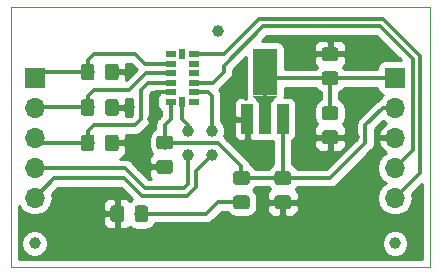
<source format=gbr>
G04 #@! TF.GenerationSoftware,KiCad,Pcbnew,(5.0.1)-3*
G04 #@! TF.CreationDate,2018-11-23T05:02:50-03:00*
G04 #@! TF.ProjectId,MMA7361,4D4D41373336312E6B696361645F7063,1.1*
G04 #@! TF.SameCoordinates,PX6f94740PY4c4b400*
G04 #@! TF.FileFunction,Copper,L1,Top,Mixed*
G04 #@! TF.FilePolarity,Positive*
%FSLAX46Y46*%
G04 Gerber Fmt 4.6, Leading zero omitted, Abs format (unit mm)*
G04 Created by KiCad (PCBNEW (5.0.1)-3) date 23/11/2018 05:02:50*
%MOMM*%
%LPD*%
G01*
G04 APERTURE LIST*
G04 #@! TA.AperFunction,NonConductor*
%ADD10C,0.100000*%
G04 #@! TD*
G04 #@! TA.AperFunction,Conductor*
%ADD11C,0.100000*%
G04 #@! TD*
G04 #@! TA.AperFunction,SMDPad,CuDef*
%ADD12C,1.150000*%
G04 #@! TD*
G04 #@! TA.AperFunction,BGAPad,CuDef*
%ADD13C,1.000000*%
G04 #@! TD*
G04 #@! TA.AperFunction,ComponentPad*
%ADD14O,1.700000X1.700000*%
G04 #@! TD*
G04 #@! TA.AperFunction,ComponentPad*
%ADD15R,1.700000X1.700000*%
G04 #@! TD*
G04 #@! TA.AperFunction,SMDPad,CuDef*
%ADD16R,1.000000X2.500000*%
G04 #@! TD*
G04 #@! TA.AperFunction,SMDPad,CuDef*
%ADD17R,2.000000X4.000000*%
G04 #@! TD*
G04 #@! TA.AperFunction,SMDPad,CuDef*
%ADD18C,0.750000*%
G04 #@! TD*
G04 #@! TA.AperFunction,SMDPad,CuDef*
%ADD19R,0.950000X0.600000*%
G04 #@! TD*
G04 #@! TA.AperFunction,SMDPad,CuDef*
%ADD20R,0.600000X0.950000*%
G04 #@! TD*
G04 #@! TA.AperFunction,ViaPad*
%ADD21C,1.000000*%
G04 #@! TD*
G04 #@! TA.AperFunction,Conductor*
%ADD22C,0.320000*%
G04 #@! TD*
G04 #@! TA.AperFunction,Conductor*
%ADD23C,0.254000*%
G04 #@! TD*
G04 APERTURE END LIST*
D10*
X35500000Y0D02*
X0Y0D01*
X35500000Y-22000000D02*
X35500000Y0D01*
X0Y-22000000D02*
X35500000Y-22000000D01*
X0Y0D02*
X0Y-22000000D01*
D11*
G04 #@! TO.N,GND*
G04 #@! TO.C,C1*
G36*
X27474505Y-3401204D02*
X27498773Y-3404804D01*
X27522572Y-3410765D01*
X27545671Y-3419030D01*
X27567850Y-3429520D01*
X27588893Y-3442132D01*
X27608599Y-3456747D01*
X27626777Y-3473223D01*
X27643253Y-3491401D01*
X27657868Y-3511107D01*
X27670480Y-3532150D01*
X27680970Y-3554329D01*
X27689235Y-3577428D01*
X27695196Y-3601227D01*
X27698796Y-3625495D01*
X27700000Y-3649999D01*
X27700000Y-4300001D01*
X27698796Y-4324505D01*
X27695196Y-4348773D01*
X27689235Y-4372572D01*
X27680970Y-4395671D01*
X27670480Y-4417850D01*
X27657868Y-4438893D01*
X27643253Y-4458599D01*
X27626777Y-4476777D01*
X27608599Y-4493253D01*
X27588893Y-4507868D01*
X27567850Y-4520480D01*
X27545671Y-4530970D01*
X27522572Y-4539235D01*
X27498773Y-4545196D01*
X27474505Y-4548796D01*
X27450001Y-4550000D01*
X26549999Y-4550000D01*
X26525495Y-4548796D01*
X26501227Y-4545196D01*
X26477428Y-4539235D01*
X26454329Y-4530970D01*
X26432150Y-4520480D01*
X26411107Y-4507868D01*
X26391401Y-4493253D01*
X26373223Y-4476777D01*
X26356747Y-4458599D01*
X26342132Y-4438893D01*
X26329520Y-4417850D01*
X26319030Y-4395671D01*
X26310765Y-4372572D01*
X26304804Y-4348773D01*
X26301204Y-4324505D01*
X26300000Y-4300001D01*
X26300000Y-3649999D01*
X26301204Y-3625495D01*
X26304804Y-3601227D01*
X26310765Y-3577428D01*
X26319030Y-3554329D01*
X26329520Y-3532150D01*
X26342132Y-3511107D01*
X26356747Y-3491401D01*
X26373223Y-3473223D01*
X26391401Y-3456747D01*
X26411107Y-3442132D01*
X26432150Y-3429520D01*
X26454329Y-3419030D01*
X26477428Y-3410765D01*
X26501227Y-3404804D01*
X26525495Y-3401204D01*
X26549999Y-3400000D01*
X27450001Y-3400000D01*
X27474505Y-3401204D01*
X27474505Y-3401204D01*
G37*
D12*
G04 #@! TD*
G04 #@! TO.P,C1,2*
G04 #@! TO.N,GND*
X27000000Y-3975000D03*
D11*
G04 #@! TO.N,+5V*
G04 #@! TO.C,C1*
G36*
X27474505Y-5451204D02*
X27498773Y-5454804D01*
X27522572Y-5460765D01*
X27545671Y-5469030D01*
X27567850Y-5479520D01*
X27588893Y-5492132D01*
X27608599Y-5506747D01*
X27626777Y-5523223D01*
X27643253Y-5541401D01*
X27657868Y-5561107D01*
X27670480Y-5582150D01*
X27680970Y-5604329D01*
X27689235Y-5627428D01*
X27695196Y-5651227D01*
X27698796Y-5675495D01*
X27700000Y-5699999D01*
X27700000Y-6350001D01*
X27698796Y-6374505D01*
X27695196Y-6398773D01*
X27689235Y-6422572D01*
X27680970Y-6445671D01*
X27670480Y-6467850D01*
X27657868Y-6488893D01*
X27643253Y-6508599D01*
X27626777Y-6526777D01*
X27608599Y-6543253D01*
X27588893Y-6557868D01*
X27567850Y-6570480D01*
X27545671Y-6580970D01*
X27522572Y-6589235D01*
X27498773Y-6595196D01*
X27474505Y-6598796D01*
X27450001Y-6600000D01*
X26549999Y-6600000D01*
X26525495Y-6598796D01*
X26501227Y-6595196D01*
X26477428Y-6589235D01*
X26454329Y-6580970D01*
X26432150Y-6570480D01*
X26411107Y-6557868D01*
X26391401Y-6543253D01*
X26373223Y-6526777D01*
X26356747Y-6508599D01*
X26342132Y-6488893D01*
X26329520Y-6467850D01*
X26319030Y-6445671D01*
X26310765Y-6422572D01*
X26304804Y-6398773D01*
X26301204Y-6374505D01*
X26300000Y-6350001D01*
X26300000Y-5699999D01*
X26301204Y-5675495D01*
X26304804Y-5651227D01*
X26310765Y-5627428D01*
X26319030Y-5604329D01*
X26329520Y-5582150D01*
X26342132Y-5561107D01*
X26356747Y-5541401D01*
X26373223Y-5523223D01*
X26391401Y-5506747D01*
X26411107Y-5492132D01*
X26432150Y-5479520D01*
X26454329Y-5469030D01*
X26477428Y-5460765D01*
X26501227Y-5454804D01*
X26525495Y-5451204D01*
X26549999Y-5450000D01*
X27450001Y-5450000D01*
X27474505Y-5451204D01*
X27474505Y-5451204D01*
G37*
D12*
G04 #@! TD*
G04 #@! TO.P,C1,1*
G04 #@! TO.N,+5V*
X27000000Y-6025000D03*
D11*
G04 #@! TO.N,+5V*
G04 #@! TO.C,C2*
G36*
X27474505Y-8401204D02*
X27498773Y-8404804D01*
X27522572Y-8410765D01*
X27545671Y-8419030D01*
X27567850Y-8429520D01*
X27588893Y-8442132D01*
X27608599Y-8456747D01*
X27626777Y-8473223D01*
X27643253Y-8491401D01*
X27657868Y-8511107D01*
X27670480Y-8532150D01*
X27680970Y-8554329D01*
X27689235Y-8577428D01*
X27695196Y-8601227D01*
X27698796Y-8625495D01*
X27700000Y-8649999D01*
X27700000Y-9300001D01*
X27698796Y-9324505D01*
X27695196Y-9348773D01*
X27689235Y-9372572D01*
X27680970Y-9395671D01*
X27670480Y-9417850D01*
X27657868Y-9438893D01*
X27643253Y-9458599D01*
X27626777Y-9476777D01*
X27608599Y-9493253D01*
X27588893Y-9507868D01*
X27567850Y-9520480D01*
X27545671Y-9530970D01*
X27522572Y-9539235D01*
X27498773Y-9545196D01*
X27474505Y-9548796D01*
X27450001Y-9550000D01*
X26549999Y-9550000D01*
X26525495Y-9548796D01*
X26501227Y-9545196D01*
X26477428Y-9539235D01*
X26454329Y-9530970D01*
X26432150Y-9520480D01*
X26411107Y-9507868D01*
X26391401Y-9493253D01*
X26373223Y-9476777D01*
X26356747Y-9458599D01*
X26342132Y-9438893D01*
X26329520Y-9417850D01*
X26319030Y-9395671D01*
X26310765Y-9372572D01*
X26304804Y-9348773D01*
X26301204Y-9324505D01*
X26300000Y-9300001D01*
X26300000Y-8649999D01*
X26301204Y-8625495D01*
X26304804Y-8601227D01*
X26310765Y-8577428D01*
X26319030Y-8554329D01*
X26329520Y-8532150D01*
X26342132Y-8511107D01*
X26356747Y-8491401D01*
X26373223Y-8473223D01*
X26391401Y-8456747D01*
X26411107Y-8442132D01*
X26432150Y-8429520D01*
X26454329Y-8419030D01*
X26477428Y-8410765D01*
X26501227Y-8404804D01*
X26525495Y-8401204D01*
X26549999Y-8400000D01*
X27450001Y-8400000D01*
X27474505Y-8401204D01*
X27474505Y-8401204D01*
G37*
D12*
G04 #@! TD*
G04 #@! TO.P,C2,1*
G04 #@! TO.N,+5V*
X27000000Y-8975000D03*
D11*
G04 #@! TO.N,GND*
G04 #@! TO.C,C2*
G36*
X27474505Y-10451204D02*
X27498773Y-10454804D01*
X27522572Y-10460765D01*
X27545671Y-10469030D01*
X27567850Y-10479520D01*
X27588893Y-10492132D01*
X27608599Y-10506747D01*
X27626777Y-10523223D01*
X27643253Y-10541401D01*
X27657868Y-10561107D01*
X27670480Y-10582150D01*
X27680970Y-10604329D01*
X27689235Y-10627428D01*
X27695196Y-10651227D01*
X27698796Y-10675495D01*
X27700000Y-10699999D01*
X27700000Y-11350001D01*
X27698796Y-11374505D01*
X27695196Y-11398773D01*
X27689235Y-11422572D01*
X27680970Y-11445671D01*
X27670480Y-11467850D01*
X27657868Y-11488893D01*
X27643253Y-11508599D01*
X27626777Y-11526777D01*
X27608599Y-11543253D01*
X27588893Y-11557868D01*
X27567850Y-11570480D01*
X27545671Y-11580970D01*
X27522572Y-11589235D01*
X27498773Y-11595196D01*
X27474505Y-11598796D01*
X27450001Y-11600000D01*
X26549999Y-11600000D01*
X26525495Y-11598796D01*
X26501227Y-11595196D01*
X26477428Y-11589235D01*
X26454329Y-11580970D01*
X26432150Y-11570480D01*
X26411107Y-11557868D01*
X26391401Y-11543253D01*
X26373223Y-11526777D01*
X26356747Y-11508599D01*
X26342132Y-11488893D01*
X26329520Y-11467850D01*
X26319030Y-11445671D01*
X26310765Y-11422572D01*
X26304804Y-11398773D01*
X26301204Y-11374505D01*
X26300000Y-11350001D01*
X26300000Y-10699999D01*
X26301204Y-10675495D01*
X26304804Y-10651227D01*
X26310765Y-10627428D01*
X26319030Y-10604329D01*
X26329520Y-10582150D01*
X26342132Y-10561107D01*
X26356747Y-10541401D01*
X26373223Y-10523223D01*
X26391401Y-10506747D01*
X26411107Y-10492132D01*
X26432150Y-10479520D01*
X26454329Y-10469030D01*
X26477428Y-10460765D01*
X26501227Y-10454804D01*
X26525495Y-10451204D01*
X26549999Y-10450000D01*
X27450001Y-10450000D01*
X27474505Y-10451204D01*
X27474505Y-10451204D01*
G37*
D12*
G04 #@! TD*
G04 #@! TO.P,C2,2*
G04 #@! TO.N,GND*
X27000000Y-11025000D03*
D11*
G04 #@! TO.N,VCC*
G04 #@! TO.C,C3*
G36*
X23474505Y-13901204D02*
X23498773Y-13904804D01*
X23522572Y-13910765D01*
X23545671Y-13919030D01*
X23567850Y-13929520D01*
X23588893Y-13942132D01*
X23608599Y-13956747D01*
X23626777Y-13973223D01*
X23643253Y-13991401D01*
X23657868Y-14011107D01*
X23670480Y-14032150D01*
X23680970Y-14054329D01*
X23689235Y-14077428D01*
X23695196Y-14101227D01*
X23698796Y-14125495D01*
X23700000Y-14149999D01*
X23700000Y-14800001D01*
X23698796Y-14824505D01*
X23695196Y-14848773D01*
X23689235Y-14872572D01*
X23680970Y-14895671D01*
X23670480Y-14917850D01*
X23657868Y-14938893D01*
X23643253Y-14958599D01*
X23626777Y-14976777D01*
X23608599Y-14993253D01*
X23588893Y-15007868D01*
X23567850Y-15020480D01*
X23545671Y-15030970D01*
X23522572Y-15039235D01*
X23498773Y-15045196D01*
X23474505Y-15048796D01*
X23450001Y-15050000D01*
X22549999Y-15050000D01*
X22525495Y-15048796D01*
X22501227Y-15045196D01*
X22477428Y-15039235D01*
X22454329Y-15030970D01*
X22432150Y-15020480D01*
X22411107Y-15007868D01*
X22391401Y-14993253D01*
X22373223Y-14976777D01*
X22356747Y-14958599D01*
X22342132Y-14938893D01*
X22329520Y-14917850D01*
X22319030Y-14895671D01*
X22310765Y-14872572D01*
X22304804Y-14848773D01*
X22301204Y-14824505D01*
X22300000Y-14800001D01*
X22300000Y-14149999D01*
X22301204Y-14125495D01*
X22304804Y-14101227D01*
X22310765Y-14077428D01*
X22319030Y-14054329D01*
X22329520Y-14032150D01*
X22342132Y-14011107D01*
X22356747Y-13991401D01*
X22373223Y-13973223D01*
X22391401Y-13956747D01*
X22411107Y-13942132D01*
X22432150Y-13929520D01*
X22454329Y-13919030D01*
X22477428Y-13910765D01*
X22501227Y-13904804D01*
X22525495Y-13901204D01*
X22549999Y-13900000D01*
X23450001Y-13900000D01*
X23474505Y-13901204D01*
X23474505Y-13901204D01*
G37*
D12*
G04 #@! TD*
G04 #@! TO.P,C3,1*
G04 #@! TO.N,VCC*
X23000000Y-14475000D03*
D11*
G04 #@! TO.N,GND*
G04 #@! TO.C,C3*
G36*
X23474505Y-15951204D02*
X23498773Y-15954804D01*
X23522572Y-15960765D01*
X23545671Y-15969030D01*
X23567850Y-15979520D01*
X23588893Y-15992132D01*
X23608599Y-16006747D01*
X23626777Y-16023223D01*
X23643253Y-16041401D01*
X23657868Y-16061107D01*
X23670480Y-16082150D01*
X23680970Y-16104329D01*
X23689235Y-16127428D01*
X23695196Y-16151227D01*
X23698796Y-16175495D01*
X23700000Y-16199999D01*
X23700000Y-16850001D01*
X23698796Y-16874505D01*
X23695196Y-16898773D01*
X23689235Y-16922572D01*
X23680970Y-16945671D01*
X23670480Y-16967850D01*
X23657868Y-16988893D01*
X23643253Y-17008599D01*
X23626777Y-17026777D01*
X23608599Y-17043253D01*
X23588893Y-17057868D01*
X23567850Y-17070480D01*
X23545671Y-17080970D01*
X23522572Y-17089235D01*
X23498773Y-17095196D01*
X23474505Y-17098796D01*
X23450001Y-17100000D01*
X22549999Y-17100000D01*
X22525495Y-17098796D01*
X22501227Y-17095196D01*
X22477428Y-17089235D01*
X22454329Y-17080970D01*
X22432150Y-17070480D01*
X22411107Y-17057868D01*
X22391401Y-17043253D01*
X22373223Y-17026777D01*
X22356747Y-17008599D01*
X22342132Y-16988893D01*
X22329520Y-16967850D01*
X22319030Y-16945671D01*
X22310765Y-16922572D01*
X22304804Y-16898773D01*
X22301204Y-16874505D01*
X22300000Y-16850001D01*
X22300000Y-16199999D01*
X22301204Y-16175495D01*
X22304804Y-16151227D01*
X22310765Y-16127428D01*
X22319030Y-16104329D01*
X22329520Y-16082150D01*
X22342132Y-16061107D01*
X22356747Y-16041401D01*
X22373223Y-16023223D01*
X22391401Y-16006747D01*
X22411107Y-15992132D01*
X22432150Y-15979520D01*
X22454329Y-15969030D01*
X22477428Y-15960765D01*
X22501227Y-15954804D01*
X22525495Y-15951204D01*
X22549999Y-15950000D01*
X23450001Y-15950000D01*
X23474505Y-15951204D01*
X23474505Y-15951204D01*
G37*
D12*
G04 #@! TD*
G04 #@! TO.P,C3,2*
G04 #@! TO.N,GND*
X23000000Y-16525000D03*
D11*
G04 #@! TO.N,VCC*
G04 #@! TO.C,C4*
G36*
X13474505Y-10901204D02*
X13498773Y-10904804D01*
X13522572Y-10910765D01*
X13545671Y-10919030D01*
X13567850Y-10929520D01*
X13588893Y-10942132D01*
X13608599Y-10956747D01*
X13626777Y-10973223D01*
X13643253Y-10991401D01*
X13657868Y-11011107D01*
X13670480Y-11032150D01*
X13680970Y-11054329D01*
X13689235Y-11077428D01*
X13695196Y-11101227D01*
X13698796Y-11125495D01*
X13700000Y-11149999D01*
X13700000Y-11800001D01*
X13698796Y-11824505D01*
X13695196Y-11848773D01*
X13689235Y-11872572D01*
X13680970Y-11895671D01*
X13670480Y-11917850D01*
X13657868Y-11938893D01*
X13643253Y-11958599D01*
X13626777Y-11976777D01*
X13608599Y-11993253D01*
X13588893Y-12007868D01*
X13567850Y-12020480D01*
X13545671Y-12030970D01*
X13522572Y-12039235D01*
X13498773Y-12045196D01*
X13474505Y-12048796D01*
X13450001Y-12050000D01*
X12549999Y-12050000D01*
X12525495Y-12048796D01*
X12501227Y-12045196D01*
X12477428Y-12039235D01*
X12454329Y-12030970D01*
X12432150Y-12020480D01*
X12411107Y-12007868D01*
X12391401Y-11993253D01*
X12373223Y-11976777D01*
X12356747Y-11958599D01*
X12342132Y-11938893D01*
X12329520Y-11917850D01*
X12319030Y-11895671D01*
X12310765Y-11872572D01*
X12304804Y-11848773D01*
X12301204Y-11824505D01*
X12300000Y-11800001D01*
X12300000Y-11149999D01*
X12301204Y-11125495D01*
X12304804Y-11101227D01*
X12310765Y-11077428D01*
X12319030Y-11054329D01*
X12329520Y-11032150D01*
X12342132Y-11011107D01*
X12356747Y-10991401D01*
X12373223Y-10973223D01*
X12391401Y-10956747D01*
X12411107Y-10942132D01*
X12432150Y-10929520D01*
X12454329Y-10919030D01*
X12477428Y-10910765D01*
X12501227Y-10904804D01*
X12525495Y-10901204D01*
X12549999Y-10900000D01*
X13450001Y-10900000D01*
X13474505Y-10901204D01*
X13474505Y-10901204D01*
G37*
D12*
G04 #@! TD*
G04 #@! TO.P,C4,1*
G04 #@! TO.N,VCC*
X13000000Y-11475000D03*
D11*
G04 #@! TO.N,GND*
G04 #@! TO.C,C4*
G36*
X13474505Y-12951204D02*
X13498773Y-12954804D01*
X13522572Y-12960765D01*
X13545671Y-12969030D01*
X13567850Y-12979520D01*
X13588893Y-12992132D01*
X13608599Y-13006747D01*
X13626777Y-13023223D01*
X13643253Y-13041401D01*
X13657868Y-13061107D01*
X13670480Y-13082150D01*
X13680970Y-13104329D01*
X13689235Y-13127428D01*
X13695196Y-13151227D01*
X13698796Y-13175495D01*
X13700000Y-13199999D01*
X13700000Y-13850001D01*
X13698796Y-13874505D01*
X13695196Y-13898773D01*
X13689235Y-13922572D01*
X13680970Y-13945671D01*
X13670480Y-13967850D01*
X13657868Y-13988893D01*
X13643253Y-14008599D01*
X13626777Y-14026777D01*
X13608599Y-14043253D01*
X13588893Y-14057868D01*
X13567850Y-14070480D01*
X13545671Y-14080970D01*
X13522572Y-14089235D01*
X13498773Y-14095196D01*
X13474505Y-14098796D01*
X13450001Y-14100000D01*
X12549999Y-14100000D01*
X12525495Y-14098796D01*
X12501227Y-14095196D01*
X12477428Y-14089235D01*
X12454329Y-14080970D01*
X12432150Y-14070480D01*
X12411107Y-14057868D01*
X12391401Y-14043253D01*
X12373223Y-14026777D01*
X12356747Y-14008599D01*
X12342132Y-13988893D01*
X12329520Y-13967850D01*
X12319030Y-13945671D01*
X12310765Y-13922572D01*
X12304804Y-13898773D01*
X12301204Y-13874505D01*
X12300000Y-13850001D01*
X12300000Y-13199999D01*
X12301204Y-13175495D01*
X12304804Y-13151227D01*
X12310765Y-13127428D01*
X12319030Y-13104329D01*
X12329520Y-13082150D01*
X12342132Y-13061107D01*
X12356747Y-13041401D01*
X12373223Y-13023223D01*
X12391401Y-13006747D01*
X12411107Y-12992132D01*
X12432150Y-12979520D01*
X12454329Y-12969030D01*
X12477428Y-12960765D01*
X12501227Y-12954804D01*
X12525495Y-12951204D01*
X12549999Y-12950000D01*
X13450001Y-12950000D01*
X13474505Y-12951204D01*
X13474505Y-12951204D01*
G37*
D12*
G04 #@! TD*
G04 #@! TO.P,C4,2*
G04 #@! TO.N,GND*
X13000000Y-13525000D03*
D11*
G04 #@! TO.N,/X*
G04 #@! TO.C,C5*
G36*
X6824505Y-4801204D02*
X6848773Y-4804804D01*
X6872572Y-4810765D01*
X6895671Y-4819030D01*
X6917850Y-4829520D01*
X6938893Y-4842132D01*
X6958599Y-4856747D01*
X6976777Y-4873223D01*
X6993253Y-4891401D01*
X7007868Y-4911107D01*
X7020480Y-4932150D01*
X7030970Y-4954329D01*
X7039235Y-4977428D01*
X7045196Y-5001227D01*
X7048796Y-5025495D01*
X7050000Y-5049999D01*
X7050000Y-5950001D01*
X7048796Y-5974505D01*
X7045196Y-5998773D01*
X7039235Y-6022572D01*
X7030970Y-6045671D01*
X7020480Y-6067850D01*
X7007868Y-6088893D01*
X6993253Y-6108599D01*
X6976777Y-6126777D01*
X6958599Y-6143253D01*
X6938893Y-6157868D01*
X6917850Y-6170480D01*
X6895671Y-6180970D01*
X6872572Y-6189235D01*
X6848773Y-6195196D01*
X6824505Y-6198796D01*
X6800001Y-6200000D01*
X6149999Y-6200000D01*
X6125495Y-6198796D01*
X6101227Y-6195196D01*
X6077428Y-6189235D01*
X6054329Y-6180970D01*
X6032150Y-6170480D01*
X6011107Y-6157868D01*
X5991401Y-6143253D01*
X5973223Y-6126777D01*
X5956747Y-6108599D01*
X5942132Y-6088893D01*
X5929520Y-6067850D01*
X5919030Y-6045671D01*
X5910765Y-6022572D01*
X5904804Y-5998773D01*
X5901204Y-5974505D01*
X5900000Y-5950001D01*
X5900000Y-5049999D01*
X5901204Y-5025495D01*
X5904804Y-5001227D01*
X5910765Y-4977428D01*
X5919030Y-4954329D01*
X5929520Y-4932150D01*
X5942132Y-4911107D01*
X5956747Y-4891401D01*
X5973223Y-4873223D01*
X5991401Y-4856747D01*
X6011107Y-4842132D01*
X6032150Y-4829520D01*
X6054329Y-4819030D01*
X6077428Y-4810765D01*
X6101227Y-4804804D01*
X6125495Y-4801204D01*
X6149999Y-4800000D01*
X6800001Y-4800000D01*
X6824505Y-4801204D01*
X6824505Y-4801204D01*
G37*
D12*
G04 #@! TD*
G04 #@! TO.P,C5,1*
G04 #@! TO.N,/X*
X6475000Y-5500000D03*
D11*
G04 #@! TO.N,GND*
G04 #@! TO.C,C5*
G36*
X8874505Y-4801204D02*
X8898773Y-4804804D01*
X8922572Y-4810765D01*
X8945671Y-4819030D01*
X8967850Y-4829520D01*
X8988893Y-4842132D01*
X9008599Y-4856747D01*
X9026777Y-4873223D01*
X9043253Y-4891401D01*
X9057868Y-4911107D01*
X9070480Y-4932150D01*
X9080970Y-4954329D01*
X9089235Y-4977428D01*
X9095196Y-5001227D01*
X9098796Y-5025495D01*
X9100000Y-5049999D01*
X9100000Y-5950001D01*
X9098796Y-5974505D01*
X9095196Y-5998773D01*
X9089235Y-6022572D01*
X9080970Y-6045671D01*
X9070480Y-6067850D01*
X9057868Y-6088893D01*
X9043253Y-6108599D01*
X9026777Y-6126777D01*
X9008599Y-6143253D01*
X8988893Y-6157868D01*
X8967850Y-6170480D01*
X8945671Y-6180970D01*
X8922572Y-6189235D01*
X8898773Y-6195196D01*
X8874505Y-6198796D01*
X8850001Y-6200000D01*
X8199999Y-6200000D01*
X8175495Y-6198796D01*
X8151227Y-6195196D01*
X8127428Y-6189235D01*
X8104329Y-6180970D01*
X8082150Y-6170480D01*
X8061107Y-6157868D01*
X8041401Y-6143253D01*
X8023223Y-6126777D01*
X8006747Y-6108599D01*
X7992132Y-6088893D01*
X7979520Y-6067850D01*
X7969030Y-6045671D01*
X7960765Y-6022572D01*
X7954804Y-5998773D01*
X7951204Y-5974505D01*
X7950000Y-5950001D01*
X7950000Y-5049999D01*
X7951204Y-5025495D01*
X7954804Y-5001227D01*
X7960765Y-4977428D01*
X7969030Y-4954329D01*
X7979520Y-4932150D01*
X7992132Y-4911107D01*
X8006747Y-4891401D01*
X8023223Y-4873223D01*
X8041401Y-4856747D01*
X8061107Y-4842132D01*
X8082150Y-4829520D01*
X8104329Y-4819030D01*
X8127428Y-4810765D01*
X8151227Y-4804804D01*
X8175495Y-4801204D01*
X8199999Y-4800000D01*
X8850001Y-4800000D01*
X8874505Y-4801204D01*
X8874505Y-4801204D01*
G37*
D12*
G04 #@! TD*
G04 #@! TO.P,C5,2*
G04 #@! TO.N,GND*
X8525000Y-5500000D03*
D11*
G04 #@! TO.N,GND*
G04 #@! TO.C,C6*
G36*
X8874505Y-7801204D02*
X8898773Y-7804804D01*
X8922572Y-7810765D01*
X8945671Y-7819030D01*
X8967850Y-7829520D01*
X8988893Y-7842132D01*
X9008599Y-7856747D01*
X9026777Y-7873223D01*
X9043253Y-7891401D01*
X9057868Y-7911107D01*
X9070480Y-7932150D01*
X9080970Y-7954329D01*
X9089235Y-7977428D01*
X9095196Y-8001227D01*
X9098796Y-8025495D01*
X9100000Y-8049999D01*
X9100000Y-8950001D01*
X9098796Y-8974505D01*
X9095196Y-8998773D01*
X9089235Y-9022572D01*
X9080970Y-9045671D01*
X9070480Y-9067850D01*
X9057868Y-9088893D01*
X9043253Y-9108599D01*
X9026777Y-9126777D01*
X9008599Y-9143253D01*
X8988893Y-9157868D01*
X8967850Y-9170480D01*
X8945671Y-9180970D01*
X8922572Y-9189235D01*
X8898773Y-9195196D01*
X8874505Y-9198796D01*
X8850001Y-9200000D01*
X8199999Y-9200000D01*
X8175495Y-9198796D01*
X8151227Y-9195196D01*
X8127428Y-9189235D01*
X8104329Y-9180970D01*
X8082150Y-9170480D01*
X8061107Y-9157868D01*
X8041401Y-9143253D01*
X8023223Y-9126777D01*
X8006747Y-9108599D01*
X7992132Y-9088893D01*
X7979520Y-9067850D01*
X7969030Y-9045671D01*
X7960765Y-9022572D01*
X7954804Y-8998773D01*
X7951204Y-8974505D01*
X7950000Y-8950001D01*
X7950000Y-8049999D01*
X7951204Y-8025495D01*
X7954804Y-8001227D01*
X7960765Y-7977428D01*
X7969030Y-7954329D01*
X7979520Y-7932150D01*
X7992132Y-7911107D01*
X8006747Y-7891401D01*
X8023223Y-7873223D01*
X8041401Y-7856747D01*
X8061107Y-7842132D01*
X8082150Y-7829520D01*
X8104329Y-7819030D01*
X8127428Y-7810765D01*
X8151227Y-7804804D01*
X8175495Y-7801204D01*
X8199999Y-7800000D01*
X8850001Y-7800000D01*
X8874505Y-7801204D01*
X8874505Y-7801204D01*
G37*
D12*
G04 #@! TD*
G04 #@! TO.P,C6,2*
G04 #@! TO.N,GND*
X8525000Y-8500000D03*
D11*
G04 #@! TO.N,/Y*
G04 #@! TO.C,C6*
G36*
X6824505Y-7801204D02*
X6848773Y-7804804D01*
X6872572Y-7810765D01*
X6895671Y-7819030D01*
X6917850Y-7829520D01*
X6938893Y-7842132D01*
X6958599Y-7856747D01*
X6976777Y-7873223D01*
X6993253Y-7891401D01*
X7007868Y-7911107D01*
X7020480Y-7932150D01*
X7030970Y-7954329D01*
X7039235Y-7977428D01*
X7045196Y-8001227D01*
X7048796Y-8025495D01*
X7050000Y-8049999D01*
X7050000Y-8950001D01*
X7048796Y-8974505D01*
X7045196Y-8998773D01*
X7039235Y-9022572D01*
X7030970Y-9045671D01*
X7020480Y-9067850D01*
X7007868Y-9088893D01*
X6993253Y-9108599D01*
X6976777Y-9126777D01*
X6958599Y-9143253D01*
X6938893Y-9157868D01*
X6917850Y-9170480D01*
X6895671Y-9180970D01*
X6872572Y-9189235D01*
X6848773Y-9195196D01*
X6824505Y-9198796D01*
X6800001Y-9200000D01*
X6149999Y-9200000D01*
X6125495Y-9198796D01*
X6101227Y-9195196D01*
X6077428Y-9189235D01*
X6054329Y-9180970D01*
X6032150Y-9170480D01*
X6011107Y-9157868D01*
X5991401Y-9143253D01*
X5973223Y-9126777D01*
X5956747Y-9108599D01*
X5942132Y-9088893D01*
X5929520Y-9067850D01*
X5919030Y-9045671D01*
X5910765Y-9022572D01*
X5904804Y-8998773D01*
X5901204Y-8974505D01*
X5900000Y-8950001D01*
X5900000Y-8049999D01*
X5901204Y-8025495D01*
X5904804Y-8001227D01*
X5910765Y-7977428D01*
X5919030Y-7954329D01*
X5929520Y-7932150D01*
X5942132Y-7911107D01*
X5956747Y-7891401D01*
X5973223Y-7873223D01*
X5991401Y-7856747D01*
X6011107Y-7842132D01*
X6032150Y-7829520D01*
X6054329Y-7819030D01*
X6077428Y-7810765D01*
X6101227Y-7804804D01*
X6125495Y-7801204D01*
X6149999Y-7800000D01*
X6800001Y-7800000D01*
X6824505Y-7801204D01*
X6824505Y-7801204D01*
G37*
D12*
G04 #@! TD*
G04 #@! TO.P,C6,1*
G04 #@! TO.N,/Y*
X6475000Y-8500000D03*
D11*
G04 #@! TO.N,GND*
G04 #@! TO.C,C7*
G36*
X8874505Y-10801204D02*
X8898773Y-10804804D01*
X8922572Y-10810765D01*
X8945671Y-10819030D01*
X8967850Y-10829520D01*
X8988893Y-10842132D01*
X9008599Y-10856747D01*
X9026777Y-10873223D01*
X9043253Y-10891401D01*
X9057868Y-10911107D01*
X9070480Y-10932150D01*
X9080970Y-10954329D01*
X9089235Y-10977428D01*
X9095196Y-11001227D01*
X9098796Y-11025495D01*
X9100000Y-11049999D01*
X9100000Y-11950001D01*
X9098796Y-11974505D01*
X9095196Y-11998773D01*
X9089235Y-12022572D01*
X9080970Y-12045671D01*
X9070480Y-12067850D01*
X9057868Y-12088893D01*
X9043253Y-12108599D01*
X9026777Y-12126777D01*
X9008599Y-12143253D01*
X8988893Y-12157868D01*
X8967850Y-12170480D01*
X8945671Y-12180970D01*
X8922572Y-12189235D01*
X8898773Y-12195196D01*
X8874505Y-12198796D01*
X8850001Y-12200000D01*
X8199999Y-12200000D01*
X8175495Y-12198796D01*
X8151227Y-12195196D01*
X8127428Y-12189235D01*
X8104329Y-12180970D01*
X8082150Y-12170480D01*
X8061107Y-12157868D01*
X8041401Y-12143253D01*
X8023223Y-12126777D01*
X8006747Y-12108599D01*
X7992132Y-12088893D01*
X7979520Y-12067850D01*
X7969030Y-12045671D01*
X7960765Y-12022572D01*
X7954804Y-11998773D01*
X7951204Y-11974505D01*
X7950000Y-11950001D01*
X7950000Y-11049999D01*
X7951204Y-11025495D01*
X7954804Y-11001227D01*
X7960765Y-10977428D01*
X7969030Y-10954329D01*
X7979520Y-10932150D01*
X7992132Y-10911107D01*
X8006747Y-10891401D01*
X8023223Y-10873223D01*
X8041401Y-10856747D01*
X8061107Y-10842132D01*
X8082150Y-10829520D01*
X8104329Y-10819030D01*
X8127428Y-10810765D01*
X8151227Y-10804804D01*
X8175495Y-10801204D01*
X8199999Y-10800000D01*
X8850001Y-10800000D01*
X8874505Y-10801204D01*
X8874505Y-10801204D01*
G37*
D12*
G04 #@! TD*
G04 #@! TO.P,C7,2*
G04 #@! TO.N,GND*
X8525000Y-11500000D03*
D11*
G04 #@! TO.N,/Z*
G04 #@! TO.C,C7*
G36*
X6824505Y-10801204D02*
X6848773Y-10804804D01*
X6872572Y-10810765D01*
X6895671Y-10819030D01*
X6917850Y-10829520D01*
X6938893Y-10842132D01*
X6958599Y-10856747D01*
X6976777Y-10873223D01*
X6993253Y-10891401D01*
X7007868Y-10911107D01*
X7020480Y-10932150D01*
X7030970Y-10954329D01*
X7039235Y-10977428D01*
X7045196Y-11001227D01*
X7048796Y-11025495D01*
X7050000Y-11049999D01*
X7050000Y-11950001D01*
X7048796Y-11974505D01*
X7045196Y-11998773D01*
X7039235Y-12022572D01*
X7030970Y-12045671D01*
X7020480Y-12067850D01*
X7007868Y-12088893D01*
X6993253Y-12108599D01*
X6976777Y-12126777D01*
X6958599Y-12143253D01*
X6938893Y-12157868D01*
X6917850Y-12170480D01*
X6895671Y-12180970D01*
X6872572Y-12189235D01*
X6848773Y-12195196D01*
X6824505Y-12198796D01*
X6800001Y-12200000D01*
X6149999Y-12200000D01*
X6125495Y-12198796D01*
X6101227Y-12195196D01*
X6077428Y-12189235D01*
X6054329Y-12180970D01*
X6032150Y-12170480D01*
X6011107Y-12157868D01*
X5991401Y-12143253D01*
X5973223Y-12126777D01*
X5956747Y-12108599D01*
X5942132Y-12088893D01*
X5929520Y-12067850D01*
X5919030Y-12045671D01*
X5910765Y-12022572D01*
X5904804Y-11998773D01*
X5901204Y-11974505D01*
X5900000Y-11950001D01*
X5900000Y-11049999D01*
X5901204Y-11025495D01*
X5904804Y-11001227D01*
X5910765Y-10977428D01*
X5919030Y-10954329D01*
X5929520Y-10932150D01*
X5942132Y-10911107D01*
X5956747Y-10891401D01*
X5973223Y-10873223D01*
X5991401Y-10856747D01*
X6011107Y-10842132D01*
X6032150Y-10829520D01*
X6054329Y-10819030D01*
X6077428Y-10810765D01*
X6101227Y-10804804D01*
X6125495Y-10801204D01*
X6149999Y-10800000D01*
X6800001Y-10800000D01*
X6824505Y-10801204D01*
X6824505Y-10801204D01*
G37*
D12*
G04 #@! TD*
G04 #@! TO.P,C7,1*
G04 #@! TO.N,/Z*
X6475000Y-11500000D03*
D11*
G04 #@! TO.N,GND*
G04 #@! TO.C,D1*
G36*
X9324505Y-16801204D02*
X9348773Y-16804804D01*
X9372572Y-16810765D01*
X9395671Y-16819030D01*
X9417850Y-16829520D01*
X9438893Y-16842132D01*
X9458599Y-16856747D01*
X9476777Y-16873223D01*
X9493253Y-16891401D01*
X9507868Y-16911107D01*
X9520480Y-16932150D01*
X9530970Y-16954329D01*
X9539235Y-16977428D01*
X9545196Y-17001227D01*
X9548796Y-17025495D01*
X9550000Y-17049999D01*
X9550000Y-17950001D01*
X9548796Y-17974505D01*
X9545196Y-17998773D01*
X9539235Y-18022572D01*
X9530970Y-18045671D01*
X9520480Y-18067850D01*
X9507868Y-18088893D01*
X9493253Y-18108599D01*
X9476777Y-18126777D01*
X9458599Y-18143253D01*
X9438893Y-18157868D01*
X9417850Y-18170480D01*
X9395671Y-18180970D01*
X9372572Y-18189235D01*
X9348773Y-18195196D01*
X9324505Y-18198796D01*
X9300001Y-18200000D01*
X8649999Y-18200000D01*
X8625495Y-18198796D01*
X8601227Y-18195196D01*
X8577428Y-18189235D01*
X8554329Y-18180970D01*
X8532150Y-18170480D01*
X8511107Y-18157868D01*
X8491401Y-18143253D01*
X8473223Y-18126777D01*
X8456747Y-18108599D01*
X8442132Y-18088893D01*
X8429520Y-18067850D01*
X8419030Y-18045671D01*
X8410765Y-18022572D01*
X8404804Y-17998773D01*
X8401204Y-17974505D01*
X8400000Y-17950001D01*
X8400000Y-17049999D01*
X8401204Y-17025495D01*
X8404804Y-17001227D01*
X8410765Y-16977428D01*
X8419030Y-16954329D01*
X8429520Y-16932150D01*
X8442132Y-16911107D01*
X8456747Y-16891401D01*
X8473223Y-16873223D01*
X8491401Y-16856747D01*
X8511107Y-16842132D01*
X8532150Y-16829520D01*
X8554329Y-16819030D01*
X8577428Y-16810765D01*
X8601227Y-16804804D01*
X8625495Y-16801204D01*
X8649999Y-16800000D01*
X9300001Y-16800000D01*
X9324505Y-16801204D01*
X9324505Y-16801204D01*
G37*
D12*
G04 #@! TD*
G04 #@! TO.P,D1,1*
G04 #@! TO.N,GND*
X8975000Y-17500000D03*
D11*
G04 #@! TO.N,Net-(D1-Pad2)*
G04 #@! TO.C,D1*
G36*
X11374505Y-16801204D02*
X11398773Y-16804804D01*
X11422572Y-16810765D01*
X11445671Y-16819030D01*
X11467850Y-16829520D01*
X11488893Y-16842132D01*
X11508599Y-16856747D01*
X11526777Y-16873223D01*
X11543253Y-16891401D01*
X11557868Y-16911107D01*
X11570480Y-16932150D01*
X11580970Y-16954329D01*
X11589235Y-16977428D01*
X11595196Y-17001227D01*
X11598796Y-17025495D01*
X11600000Y-17049999D01*
X11600000Y-17950001D01*
X11598796Y-17974505D01*
X11595196Y-17998773D01*
X11589235Y-18022572D01*
X11580970Y-18045671D01*
X11570480Y-18067850D01*
X11557868Y-18088893D01*
X11543253Y-18108599D01*
X11526777Y-18126777D01*
X11508599Y-18143253D01*
X11488893Y-18157868D01*
X11467850Y-18170480D01*
X11445671Y-18180970D01*
X11422572Y-18189235D01*
X11398773Y-18195196D01*
X11374505Y-18198796D01*
X11350001Y-18200000D01*
X10699999Y-18200000D01*
X10675495Y-18198796D01*
X10651227Y-18195196D01*
X10627428Y-18189235D01*
X10604329Y-18180970D01*
X10582150Y-18170480D01*
X10561107Y-18157868D01*
X10541401Y-18143253D01*
X10523223Y-18126777D01*
X10506747Y-18108599D01*
X10492132Y-18088893D01*
X10479520Y-18067850D01*
X10469030Y-18045671D01*
X10460765Y-18022572D01*
X10454804Y-17998773D01*
X10451204Y-17974505D01*
X10450000Y-17950001D01*
X10450000Y-17049999D01*
X10451204Y-17025495D01*
X10454804Y-17001227D01*
X10460765Y-16977428D01*
X10469030Y-16954329D01*
X10479520Y-16932150D01*
X10492132Y-16911107D01*
X10506747Y-16891401D01*
X10523223Y-16873223D01*
X10541401Y-16856747D01*
X10561107Y-16842132D01*
X10582150Y-16829520D01*
X10604329Y-16819030D01*
X10627428Y-16810765D01*
X10651227Y-16804804D01*
X10675495Y-16801204D01*
X10699999Y-16800000D01*
X11350001Y-16800000D01*
X11374505Y-16801204D01*
X11374505Y-16801204D01*
G37*
D12*
G04 #@! TD*
G04 #@! TO.P,D1,2*
G04 #@! TO.N,Net-(D1-Pad2)*
X11025000Y-17500000D03*
D13*
G04 #@! TO.P,F1,~*
G04 #@! TO.N,N/C*
X17500000Y-2000000D03*
G04 #@! TD*
G04 #@! TO.P,F2,~*
G04 #@! TO.N,N/C*
X2000000Y-20000000D03*
G04 #@! TD*
G04 #@! TO.P,F3,~*
G04 #@! TO.N,N/C*
X32500000Y-20000000D03*
G04 #@! TD*
D14*
G04 #@! TO.P,J1,5*
G04 #@! TO.N,/SelfTest*
X32500000Y-16160000D03*
G04 #@! TO.P,J1,4*
G04 #@! TO.N,/g-Select*
X32500000Y-13620000D03*
G04 #@! TO.P,J1,3*
G04 #@! TO.N,GND*
X32500000Y-11080000D03*
G04 #@! TO.P,J1,2*
G04 #@! TO.N,VCC*
X32500000Y-8540000D03*
D15*
G04 #@! TO.P,J1,1*
G04 #@! TO.N,+5V*
X32500000Y-6000000D03*
G04 #@! TD*
G04 #@! TO.P,J2,1*
G04 #@! TO.N,/X*
X2000000Y-6000000D03*
D14*
G04 #@! TO.P,J2,2*
G04 #@! TO.N,/Y*
X2000000Y-8540000D03*
G04 #@! TO.P,J2,3*
G04 #@! TO.N,/Z*
X2000000Y-11080000D03*
G04 #@! TO.P,J2,4*
G04 #@! TO.N,/~Sleep*
X2000000Y-13620000D03*
G04 #@! TO.P,J2,5*
G04 #@! TO.N,/Og-Detect*
X2000000Y-16160000D03*
G04 #@! TD*
D11*
G04 #@! TO.N,Net-(D1-Pad2)*
G04 #@! TO.C,R1*
G36*
X19974505Y-15951204D02*
X19998773Y-15954804D01*
X20022572Y-15960765D01*
X20045671Y-15969030D01*
X20067850Y-15979520D01*
X20088893Y-15992132D01*
X20108599Y-16006747D01*
X20126777Y-16023223D01*
X20143253Y-16041401D01*
X20157868Y-16061107D01*
X20170480Y-16082150D01*
X20180970Y-16104329D01*
X20189235Y-16127428D01*
X20195196Y-16151227D01*
X20198796Y-16175495D01*
X20200000Y-16199999D01*
X20200000Y-16850001D01*
X20198796Y-16874505D01*
X20195196Y-16898773D01*
X20189235Y-16922572D01*
X20180970Y-16945671D01*
X20170480Y-16967850D01*
X20157868Y-16988893D01*
X20143253Y-17008599D01*
X20126777Y-17026777D01*
X20108599Y-17043253D01*
X20088893Y-17057868D01*
X20067850Y-17070480D01*
X20045671Y-17080970D01*
X20022572Y-17089235D01*
X19998773Y-17095196D01*
X19974505Y-17098796D01*
X19950001Y-17100000D01*
X19049999Y-17100000D01*
X19025495Y-17098796D01*
X19001227Y-17095196D01*
X18977428Y-17089235D01*
X18954329Y-17080970D01*
X18932150Y-17070480D01*
X18911107Y-17057868D01*
X18891401Y-17043253D01*
X18873223Y-17026777D01*
X18856747Y-17008599D01*
X18842132Y-16988893D01*
X18829520Y-16967850D01*
X18819030Y-16945671D01*
X18810765Y-16922572D01*
X18804804Y-16898773D01*
X18801204Y-16874505D01*
X18800000Y-16850001D01*
X18800000Y-16199999D01*
X18801204Y-16175495D01*
X18804804Y-16151227D01*
X18810765Y-16127428D01*
X18819030Y-16104329D01*
X18829520Y-16082150D01*
X18842132Y-16061107D01*
X18856747Y-16041401D01*
X18873223Y-16023223D01*
X18891401Y-16006747D01*
X18911107Y-15992132D01*
X18932150Y-15979520D01*
X18954329Y-15969030D01*
X18977428Y-15960765D01*
X19001227Y-15954804D01*
X19025495Y-15951204D01*
X19049999Y-15950000D01*
X19950001Y-15950000D01*
X19974505Y-15951204D01*
X19974505Y-15951204D01*
G37*
D12*
G04 #@! TD*
G04 #@! TO.P,R1,1*
G04 #@! TO.N,Net-(D1-Pad2)*
X19500000Y-16525000D03*
D11*
G04 #@! TO.N,VCC*
G04 #@! TO.C,R1*
G36*
X19974505Y-13901204D02*
X19998773Y-13904804D01*
X20022572Y-13910765D01*
X20045671Y-13919030D01*
X20067850Y-13929520D01*
X20088893Y-13942132D01*
X20108599Y-13956747D01*
X20126777Y-13973223D01*
X20143253Y-13991401D01*
X20157868Y-14011107D01*
X20170480Y-14032150D01*
X20180970Y-14054329D01*
X20189235Y-14077428D01*
X20195196Y-14101227D01*
X20198796Y-14125495D01*
X20200000Y-14149999D01*
X20200000Y-14800001D01*
X20198796Y-14824505D01*
X20195196Y-14848773D01*
X20189235Y-14872572D01*
X20180970Y-14895671D01*
X20170480Y-14917850D01*
X20157868Y-14938893D01*
X20143253Y-14958599D01*
X20126777Y-14976777D01*
X20108599Y-14993253D01*
X20088893Y-15007868D01*
X20067850Y-15020480D01*
X20045671Y-15030970D01*
X20022572Y-15039235D01*
X19998773Y-15045196D01*
X19974505Y-15048796D01*
X19950001Y-15050000D01*
X19049999Y-15050000D01*
X19025495Y-15048796D01*
X19001227Y-15045196D01*
X18977428Y-15039235D01*
X18954329Y-15030970D01*
X18932150Y-15020480D01*
X18911107Y-15007868D01*
X18891401Y-14993253D01*
X18873223Y-14976777D01*
X18856747Y-14958599D01*
X18842132Y-14938893D01*
X18829520Y-14917850D01*
X18819030Y-14895671D01*
X18810765Y-14872572D01*
X18804804Y-14848773D01*
X18801204Y-14824505D01*
X18800000Y-14800001D01*
X18800000Y-14149999D01*
X18801204Y-14125495D01*
X18804804Y-14101227D01*
X18810765Y-14077428D01*
X18819030Y-14054329D01*
X18829520Y-14032150D01*
X18842132Y-14011107D01*
X18856747Y-13991401D01*
X18873223Y-13973223D01*
X18891401Y-13956747D01*
X18911107Y-13942132D01*
X18932150Y-13929520D01*
X18954329Y-13919030D01*
X18977428Y-13910765D01*
X19001227Y-13904804D01*
X19025495Y-13901204D01*
X19049999Y-13900000D01*
X19950001Y-13900000D01*
X19974505Y-13901204D01*
X19974505Y-13901204D01*
G37*
D12*
G04 #@! TD*
G04 #@! TO.P,R1,2*
G04 #@! TO.N,VCC*
X19500000Y-14475000D03*
D16*
G04 #@! TO.P,U1,1*
G04 #@! TO.N,GND*
X20000000Y-9480000D03*
G04 #@! TO.P,U1,2*
G04 #@! TO.N,+5V*
X21500000Y-9480000D03*
G04 #@! TO.P,U1,3*
G04 #@! TO.N,VCC*
X23000000Y-9480000D03*
D17*
G04 #@! TO.P,U1,2*
G04 #@! TO.N,+5V*
X21500000Y-5520000D03*
D18*
X21500000Y-7870000D03*
D11*
G04 #@! TD*
G04 #@! TO.N,+5V*
G04 #@! TO.C,U1*
G36*
X22500000Y-7495000D02*
X22000000Y-8245000D01*
X21000000Y-8245000D01*
X20500000Y-7495000D01*
X22500000Y-7495000D01*
X22500000Y-7495000D01*
G37*
D19*
G04 #@! TO.P,U2,1*
G04 #@! TO.N,Net-(U2-Pad1)*
X13500000Y-4000000D03*
G04 #@! TO.P,U2,2*
G04 #@! TO.N,/X*
X13500000Y-4800000D03*
G04 #@! TO.P,U2,3*
G04 #@! TO.N,/Y*
X13500000Y-5600000D03*
G04 #@! TO.P,U2,4*
G04 #@! TO.N,/Z*
X13500000Y-6400000D03*
G04 #@! TO.P,U2,5*
G04 #@! TO.N,GND*
X13500000Y-7200000D03*
G04 #@! TO.P,U2,6*
G04 #@! TO.N,VCC*
X13500000Y-8000000D03*
D20*
G04 #@! TO.P,U2,7*
G04 #@! TO.N,/~Sleep*
X14500000Y-8000000D03*
D19*
G04 #@! TO.P,U2,8*
G04 #@! TO.N,Net-(U2-Pad8)*
X15500000Y-8000000D03*
G04 #@! TO.P,U2,9*
G04 #@! TO.N,/Og-Detect*
X15500000Y-7200000D03*
G04 #@! TO.P,U2,10*
G04 #@! TO.N,/g-Select*
X15500000Y-6400000D03*
G04 #@! TO.P,U2,11*
G04 #@! TO.N,Net-(U2-Pad11)*
X15500000Y-5600000D03*
G04 #@! TO.P,U2,12*
G04 #@! TO.N,Net-(U2-Pad12)*
X15500000Y-4800000D03*
G04 #@! TO.P,U2,13*
G04 #@! TO.N,/SelfTest*
X15500000Y-4000000D03*
D20*
G04 #@! TO.P,U2,14*
G04 #@! TO.N,Net-(U2-Pad14)*
X14500000Y-4000000D03*
G04 #@! TD*
D21*
G04 #@! TO.N,GND*
X11000000Y-13500000D03*
X10000000Y-8500000D03*
X10000000Y-11500000D03*
X10000000Y-5500000D03*
X29000000Y-4000000D03*
X25000000Y-4000000D03*
X25000000Y-11000000D03*
X29000000Y-11000000D03*
X23000000Y-18500000D03*
X7500008Y-17500000D03*
X12000000Y-9500000D03*
X18500000Y-9500000D03*
X18500000Y-8000000D03*
X18500000Y-11000000D03*
X20000000Y-12000000D03*
G04 #@! TO.N,/~Sleep*
X15000000Y-12500000D03*
X15000000Y-10495000D03*
G04 #@! TO.N,/Og-Detect*
X17000000Y-12500000D03*
X17000000Y-10495000D03*
G04 #@! TD*
D22*
G04 #@! TO.N,Net-(D1-Pad2)*
X19500000Y-16525000D02*
X17500000Y-16525000D01*
X17500000Y-16525000D02*
X16525000Y-17500000D01*
X11025000Y-17500000D02*
X16525000Y-17500000D01*
G04 #@! TO.N,GND*
X13000000Y-13525000D02*
X11025000Y-13525000D01*
X11025000Y-13525000D02*
X11000000Y-13500000D01*
X8525000Y-8500000D02*
X10000000Y-8500000D01*
X8525000Y-11500000D02*
X10000000Y-11500000D01*
X8525000Y-5500000D02*
X10000000Y-5500000D01*
X27000000Y-3975000D02*
X28975000Y-3975000D01*
X28975000Y-3975000D02*
X29000000Y-4000000D01*
X27000000Y-3975000D02*
X25025000Y-3975000D01*
X25025000Y-3975000D02*
X25000000Y-4000000D01*
X27000000Y-11025000D02*
X25025000Y-11025000D01*
X25025000Y-11025000D02*
X25000000Y-11000000D01*
X27000000Y-11025000D02*
X28975000Y-11025000D01*
X28975000Y-11025000D02*
X29000000Y-11000000D01*
X23000000Y-16525000D02*
X23000000Y-18500000D01*
X8975000Y-17500000D02*
X7500008Y-17500000D01*
X12000000Y-7500000D02*
X12000000Y-9500000D01*
X13500000Y-7200000D02*
X12300000Y-7200000D01*
X12300000Y-7200000D02*
X12000000Y-7500000D01*
X20000000Y-9480000D02*
X18520000Y-9480000D01*
X18520000Y-9480000D02*
X18500000Y-9500000D01*
X18500000Y-9500000D02*
X18500000Y-8000000D01*
X18500000Y-9500000D02*
X18500000Y-11000000D01*
X20000000Y-9480000D02*
X20000000Y-12000000D01*
X18500000Y-11000000D02*
X19500000Y-12000000D01*
X19500000Y-12000000D02*
X20000000Y-12000000D01*
G04 #@! TO.N,+5V*
X27105000Y-5920000D02*
X27000000Y-6025000D01*
X27000000Y-6025000D02*
X27000000Y-8975000D01*
X22005000Y-6025000D02*
X21500000Y-5520000D01*
X27000000Y-6025000D02*
X22005000Y-6025000D01*
X21500000Y-5520000D02*
X21500000Y-9480000D01*
X32475000Y-6025000D02*
X32500000Y-6000000D01*
X27000000Y-6025000D02*
X32475000Y-6025000D01*
G04 #@! TO.N,VCC*
X23000000Y-9480000D02*
X23000000Y-14475000D01*
X23000000Y-14475000D02*
X19500000Y-14475000D01*
X31460000Y-8540000D02*
X32500000Y-8540000D01*
X30000000Y-10000000D02*
X31460000Y-8540000D01*
X30000000Y-11500000D02*
X30000000Y-10000000D01*
X23000000Y-14475000D02*
X27025000Y-14475000D01*
X27025000Y-14475000D02*
X30000000Y-11500000D01*
X13000000Y-11475000D02*
X13000000Y-10000000D01*
X13500000Y-9500000D02*
X13500000Y-8000000D01*
X13000000Y-10000000D02*
X13500000Y-9500000D01*
X17475000Y-11475000D02*
X13000000Y-11475000D01*
X19500000Y-14475000D02*
X19500000Y-13500000D01*
X19500000Y-13500000D02*
X17475000Y-11475000D01*
G04 #@! TO.N,/X*
X2500000Y-5500000D02*
X2000000Y-6000000D01*
X6475000Y-5500000D02*
X2500000Y-5500000D01*
X6475000Y-4525000D02*
X6475000Y-5500000D01*
X7000000Y-4000000D02*
X6475000Y-4525000D01*
X10500000Y-4000000D02*
X7000000Y-4000000D01*
X13500000Y-4800000D02*
X11300000Y-4800000D01*
X11300000Y-4800000D02*
X10500000Y-4000000D01*
G04 #@! TO.N,/Y*
X2040000Y-8500000D02*
X2000000Y-8540000D01*
X6475000Y-8500000D02*
X2040000Y-8500000D01*
X6500000Y-8475000D02*
X6475000Y-8500000D01*
X6500000Y-7500000D02*
X6500000Y-8475000D01*
X7000000Y-7000000D02*
X6500000Y-7500000D01*
X10000000Y-7000000D02*
X7000000Y-7000000D01*
X13500000Y-5600000D02*
X11400000Y-5600000D01*
X11400000Y-5600000D02*
X10000000Y-7000000D01*
G04 #@! TO.N,/Z*
X2420000Y-11500000D02*
X2000000Y-11080000D01*
X6475000Y-11500000D02*
X2420000Y-11500000D01*
X11000000Y-7000000D02*
X11600000Y-6400000D01*
X6500000Y-11475000D02*
X6500000Y-10500000D01*
X6475000Y-11500000D02*
X6500000Y-11475000D01*
X6500000Y-10500000D02*
X7000000Y-10000000D01*
X7000000Y-10000000D02*
X10500000Y-10000000D01*
X10500000Y-10000000D02*
X11000000Y-9500000D01*
X11000000Y-9500000D02*
X11000000Y-7000000D01*
X13500000Y-6400000D02*
X11600000Y-6400000D01*
G04 #@! TO.N,/SelfTest*
X18000000Y-4000000D02*
X15500000Y-4000000D01*
X21000000Y-1000000D02*
X18000000Y-4000000D01*
X31500000Y-1000000D02*
X21000000Y-1000000D01*
X34640011Y-4140011D02*
X31500000Y-1000000D01*
X32500000Y-16160000D02*
X34640011Y-14019989D01*
X34640011Y-14019989D02*
X34640011Y-4140011D01*
G04 #@! TO.N,/g-Select*
X33349999Y-12770001D02*
X32500000Y-13620000D01*
X34000000Y-12120000D02*
X33349999Y-12770001D01*
X34000000Y-4405112D02*
X34000000Y-12120000D01*
X17100000Y-6400000D02*
X18000000Y-5500000D01*
X18000000Y-5500000D02*
X18000000Y-5000000D01*
X18000000Y-5000000D02*
X21359989Y-1640011D01*
X21359989Y-1640011D02*
X31234899Y-1640011D01*
X15500000Y-6400000D02*
X17100000Y-6400000D01*
X31234899Y-1640011D02*
X34000000Y-4405112D01*
G04 #@! TO.N,/~Sleep*
X9620001Y-13620000D02*
X11359990Y-15359989D01*
X2000000Y-13620000D02*
X9620001Y-13620000D01*
X11359990Y-15359989D02*
X14640009Y-15359989D01*
X14640009Y-15359989D02*
X14640011Y-15359989D01*
X14640011Y-15359989D02*
X15000000Y-15000000D01*
X15000000Y-15000000D02*
X15000000Y-12500000D01*
X14500000Y-9500000D02*
X14500000Y-8000000D01*
X15000000Y-10495000D02*
X15000000Y-10000000D01*
X15000000Y-10000000D02*
X14500000Y-9500000D01*
G04 #@! TO.N,/Og-Detect*
X15640010Y-13859990D02*
X17000000Y-12500000D01*
X3660000Y-14500000D02*
X9594889Y-14500000D01*
X2000000Y-16160000D02*
X3660000Y-14500000D01*
X9594889Y-14500000D02*
X11094889Y-16000000D01*
X11094889Y-16000000D02*
X14905111Y-15999999D01*
X14905111Y-15999999D02*
X15640010Y-15265100D01*
X15640010Y-15265100D02*
X15640010Y-13859990D01*
X17000000Y-10495000D02*
X17000000Y-7500000D01*
X17000000Y-7500000D02*
X16700000Y-7200000D01*
X16200000Y-7200000D02*
X15500000Y-7200000D01*
X16700000Y-7200000D02*
X16200000Y-7200000D01*
G04 #@! TD*
D23*
G04 #@! TO.N,GND*
G36*
X31748478Y-9823843D02*
X31618642Y-9884817D01*
X31228355Y-10313076D01*
X31058524Y-10723110D01*
X31179845Y-10953000D01*
X32373000Y-10953000D01*
X32373000Y-10933000D01*
X32627000Y-10933000D01*
X32627000Y-10953000D01*
X32647000Y-10953000D01*
X32647000Y-11207000D01*
X32627000Y-11207000D01*
X32627000Y-11227000D01*
X32373000Y-11227000D01*
X32373000Y-11207000D01*
X31179845Y-11207000D01*
X31058524Y-11436890D01*
X31228355Y-11846924D01*
X31618642Y-12275183D01*
X31748478Y-12336157D01*
X31429375Y-12549375D01*
X31101161Y-13040582D01*
X30985908Y-13620000D01*
X31101161Y-14199418D01*
X31429375Y-14690625D01*
X31727761Y-14890000D01*
X31429375Y-15089375D01*
X31101161Y-15580582D01*
X30985908Y-16160000D01*
X31101161Y-16739418D01*
X31429375Y-17230625D01*
X31920582Y-17558839D01*
X32353744Y-17645000D01*
X32646256Y-17645000D01*
X33079418Y-17558839D01*
X33570625Y-17230625D01*
X33898839Y-16739418D01*
X34014092Y-16160000D01*
X33949421Y-15834878D01*
X34815000Y-14969299D01*
X34815000Y-21315000D01*
X685000Y-21315000D01*
X685000Y-19774234D01*
X865000Y-19774234D01*
X865000Y-20225766D01*
X1037793Y-20642926D01*
X1357074Y-20962207D01*
X1774234Y-21135000D01*
X2225766Y-21135000D01*
X2642926Y-20962207D01*
X2962207Y-20642926D01*
X3135000Y-20225766D01*
X3135000Y-19774234D01*
X31365000Y-19774234D01*
X31365000Y-20225766D01*
X31537793Y-20642926D01*
X31857074Y-20962207D01*
X32274234Y-21135000D01*
X32725766Y-21135000D01*
X33142926Y-20962207D01*
X33462207Y-20642926D01*
X33635000Y-20225766D01*
X33635000Y-19774234D01*
X33462207Y-19357074D01*
X33142926Y-19037793D01*
X32725766Y-18865000D01*
X32274234Y-18865000D01*
X31857074Y-19037793D01*
X31537793Y-19357074D01*
X31365000Y-19774234D01*
X3135000Y-19774234D01*
X2962207Y-19357074D01*
X2642926Y-19037793D01*
X2225766Y-18865000D01*
X1774234Y-18865000D01*
X1357074Y-19037793D01*
X1037793Y-19357074D01*
X865000Y-19774234D01*
X685000Y-19774234D01*
X685000Y-17785750D01*
X7765000Y-17785750D01*
X7765000Y-18326310D01*
X7861673Y-18559699D01*
X8040302Y-18738327D01*
X8273691Y-18835000D01*
X8689250Y-18835000D01*
X8848000Y-18676250D01*
X8848000Y-17627000D01*
X7923750Y-17627000D01*
X7765000Y-17785750D01*
X685000Y-17785750D01*
X685000Y-16864892D01*
X929375Y-17230625D01*
X1420582Y-17558839D01*
X1853744Y-17645000D01*
X2146256Y-17645000D01*
X2579418Y-17558839D01*
X3070625Y-17230625D01*
X3398839Y-16739418D01*
X3411913Y-16673690D01*
X7765000Y-16673690D01*
X7765000Y-17214250D01*
X7923750Y-17373000D01*
X8848000Y-17373000D01*
X8848000Y-16323750D01*
X8689250Y-16165000D01*
X8273691Y-16165000D01*
X8040302Y-16261673D01*
X7861673Y-16440301D01*
X7765000Y-16673690D01*
X3411913Y-16673690D01*
X3514092Y-16160000D01*
X3449421Y-15834878D01*
X3989299Y-15295000D01*
X9265590Y-15295000D01*
X10257593Y-16287004D01*
X10065414Y-16415414D01*
X10064623Y-16416597D01*
X9909698Y-16261673D01*
X9676309Y-16165000D01*
X9260750Y-16165000D01*
X9102000Y-16323750D01*
X9102000Y-17373000D01*
X9122000Y-17373000D01*
X9122000Y-17627000D01*
X9102000Y-17627000D01*
X9102000Y-18676250D01*
X9260750Y-18835000D01*
X9676309Y-18835000D01*
X9909698Y-18738327D01*
X10064623Y-18583403D01*
X10065414Y-18584586D01*
X10356564Y-18779127D01*
X10699999Y-18847440D01*
X11350001Y-18847440D01*
X11693436Y-18779127D01*
X11984586Y-18584586D01*
X12178082Y-18295000D01*
X16446709Y-18295000D01*
X16525000Y-18310573D01*
X16603291Y-18295000D01*
X16603296Y-18295000D01*
X16835193Y-18248873D01*
X17098162Y-18073162D01*
X17142513Y-18006786D01*
X17829300Y-17320000D01*
X18305441Y-17320000D01*
X18415414Y-17484586D01*
X18706564Y-17679127D01*
X19049999Y-17747440D01*
X19950001Y-17747440D01*
X20293436Y-17679127D01*
X20584586Y-17484586D01*
X20779127Y-17193436D01*
X20847440Y-16850001D01*
X20847440Y-16810750D01*
X21665000Y-16810750D01*
X21665000Y-17226309D01*
X21761673Y-17459698D01*
X21940301Y-17638327D01*
X22173690Y-17735000D01*
X22714250Y-17735000D01*
X22873000Y-17576250D01*
X22873000Y-16652000D01*
X23127000Y-16652000D01*
X23127000Y-17576250D01*
X23285750Y-17735000D01*
X23826310Y-17735000D01*
X24059699Y-17638327D01*
X24238327Y-17459698D01*
X24335000Y-17226309D01*
X24335000Y-16810750D01*
X24176250Y-16652000D01*
X23127000Y-16652000D01*
X22873000Y-16652000D01*
X21823750Y-16652000D01*
X21665000Y-16810750D01*
X20847440Y-16810750D01*
X20847440Y-16199999D01*
X20779127Y-15856564D01*
X20584586Y-15565414D01*
X20486687Y-15500000D01*
X20584586Y-15434586D01*
X20694559Y-15270000D01*
X21805441Y-15270000D01*
X21915414Y-15434586D01*
X21916597Y-15435377D01*
X21761673Y-15590302D01*
X21665000Y-15823691D01*
X21665000Y-16239250D01*
X21823750Y-16398000D01*
X22873000Y-16398000D01*
X22873000Y-16378000D01*
X23127000Y-16378000D01*
X23127000Y-16398000D01*
X24176250Y-16398000D01*
X24335000Y-16239250D01*
X24335000Y-15823691D01*
X24238327Y-15590302D01*
X24083403Y-15435377D01*
X24084586Y-15434586D01*
X24194559Y-15270000D01*
X26946709Y-15270000D01*
X27025000Y-15285573D01*
X27103291Y-15270000D01*
X27103296Y-15270000D01*
X27335193Y-15223873D01*
X27598162Y-15048162D01*
X27642514Y-14981785D01*
X30506789Y-12117511D01*
X30573162Y-12073162D01*
X30748873Y-11810193D01*
X30795000Y-11578296D01*
X30795000Y-11578292D01*
X30810573Y-11500001D01*
X30795000Y-11421710D01*
X30795000Y-10329299D01*
X31479909Y-9644391D01*
X31748478Y-9823843D01*
X31748478Y-9823843D01*
G37*
X31748478Y-9823843D02*
X31618642Y-9884817D01*
X31228355Y-10313076D01*
X31058524Y-10723110D01*
X31179845Y-10953000D01*
X32373000Y-10953000D01*
X32373000Y-10933000D01*
X32627000Y-10933000D01*
X32627000Y-10953000D01*
X32647000Y-10953000D01*
X32647000Y-11207000D01*
X32627000Y-11207000D01*
X32627000Y-11227000D01*
X32373000Y-11227000D01*
X32373000Y-11207000D01*
X31179845Y-11207000D01*
X31058524Y-11436890D01*
X31228355Y-11846924D01*
X31618642Y-12275183D01*
X31748478Y-12336157D01*
X31429375Y-12549375D01*
X31101161Y-13040582D01*
X30985908Y-13620000D01*
X31101161Y-14199418D01*
X31429375Y-14690625D01*
X31727761Y-14890000D01*
X31429375Y-15089375D01*
X31101161Y-15580582D01*
X30985908Y-16160000D01*
X31101161Y-16739418D01*
X31429375Y-17230625D01*
X31920582Y-17558839D01*
X32353744Y-17645000D01*
X32646256Y-17645000D01*
X33079418Y-17558839D01*
X33570625Y-17230625D01*
X33898839Y-16739418D01*
X34014092Y-16160000D01*
X33949421Y-15834878D01*
X34815000Y-14969299D01*
X34815000Y-21315000D01*
X685000Y-21315000D01*
X685000Y-19774234D01*
X865000Y-19774234D01*
X865000Y-20225766D01*
X1037793Y-20642926D01*
X1357074Y-20962207D01*
X1774234Y-21135000D01*
X2225766Y-21135000D01*
X2642926Y-20962207D01*
X2962207Y-20642926D01*
X3135000Y-20225766D01*
X3135000Y-19774234D01*
X31365000Y-19774234D01*
X31365000Y-20225766D01*
X31537793Y-20642926D01*
X31857074Y-20962207D01*
X32274234Y-21135000D01*
X32725766Y-21135000D01*
X33142926Y-20962207D01*
X33462207Y-20642926D01*
X33635000Y-20225766D01*
X33635000Y-19774234D01*
X33462207Y-19357074D01*
X33142926Y-19037793D01*
X32725766Y-18865000D01*
X32274234Y-18865000D01*
X31857074Y-19037793D01*
X31537793Y-19357074D01*
X31365000Y-19774234D01*
X3135000Y-19774234D01*
X2962207Y-19357074D01*
X2642926Y-19037793D01*
X2225766Y-18865000D01*
X1774234Y-18865000D01*
X1357074Y-19037793D01*
X1037793Y-19357074D01*
X865000Y-19774234D01*
X685000Y-19774234D01*
X685000Y-17785750D01*
X7765000Y-17785750D01*
X7765000Y-18326310D01*
X7861673Y-18559699D01*
X8040302Y-18738327D01*
X8273691Y-18835000D01*
X8689250Y-18835000D01*
X8848000Y-18676250D01*
X8848000Y-17627000D01*
X7923750Y-17627000D01*
X7765000Y-17785750D01*
X685000Y-17785750D01*
X685000Y-16864892D01*
X929375Y-17230625D01*
X1420582Y-17558839D01*
X1853744Y-17645000D01*
X2146256Y-17645000D01*
X2579418Y-17558839D01*
X3070625Y-17230625D01*
X3398839Y-16739418D01*
X3411913Y-16673690D01*
X7765000Y-16673690D01*
X7765000Y-17214250D01*
X7923750Y-17373000D01*
X8848000Y-17373000D01*
X8848000Y-16323750D01*
X8689250Y-16165000D01*
X8273691Y-16165000D01*
X8040302Y-16261673D01*
X7861673Y-16440301D01*
X7765000Y-16673690D01*
X3411913Y-16673690D01*
X3514092Y-16160000D01*
X3449421Y-15834878D01*
X3989299Y-15295000D01*
X9265590Y-15295000D01*
X10257593Y-16287004D01*
X10065414Y-16415414D01*
X10064623Y-16416597D01*
X9909698Y-16261673D01*
X9676309Y-16165000D01*
X9260750Y-16165000D01*
X9102000Y-16323750D01*
X9102000Y-17373000D01*
X9122000Y-17373000D01*
X9122000Y-17627000D01*
X9102000Y-17627000D01*
X9102000Y-18676250D01*
X9260750Y-18835000D01*
X9676309Y-18835000D01*
X9909698Y-18738327D01*
X10064623Y-18583403D01*
X10065414Y-18584586D01*
X10356564Y-18779127D01*
X10699999Y-18847440D01*
X11350001Y-18847440D01*
X11693436Y-18779127D01*
X11984586Y-18584586D01*
X12178082Y-18295000D01*
X16446709Y-18295000D01*
X16525000Y-18310573D01*
X16603291Y-18295000D01*
X16603296Y-18295000D01*
X16835193Y-18248873D01*
X17098162Y-18073162D01*
X17142513Y-18006786D01*
X17829300Y-17320000D01*
X18305441Y-17320000D01*
X18415414Y-17484586D01*
X18706564Y-17679127D01*
X19049999Y-17747440D01*
X19950001Y-17747440D01*
X20293436Y-17679127D01*
X20584586Y-17484586D01*
X20779127Y-17193436D01*
X20847440Y-16850001D01*
X20847440Y-16810750D01*
X21665000Y-16810750D01*
X21665000Y-17226309D01*
X21761673Y-17459698D01*
X21940301Y-17638327D01*
X22173690Y-17735000D01*
X22714250Y-17735000D01*
X22873000Y-17576250D01*
X22873000Y-16652000D01*
X23127000Y-16652000D01*
X23127000Y-17576250D01*
X23285750Y-17735000D01*
X23826310Y-17735000D01*
X24059699Y-17638327D01*
X24238327Y-17459698D01*
X24335000Y-17226309D01*
X24335000Y-16810750D01*
X24176250Y-16652000D01*
X23127000Y-16652000D01*
X22873000Y-16652000D01*
X21823750Y-16652000D01*
X21665000Y-16810750D01*
X20847440Y-16810750D01*
X20847440Y-16199999D01*
X20779127Y-15856564D01*
X20584586Y-15565414D01*
X20486687Y-15500000D01*
X20584586Y-15434586D01*
X20694559Y-15270000D01*
X21805441Y-15270000D01*
X21915414Y-15434586D01*
X21916597Y-15435377D01*
X21761673Y-15590302D01*
X21665000Y-15823691D01*
X21665000Y-16239250D01*
X21823750Y-16398000D01*
X22873000Y-16398000D01*
X22873000Y-16378000D01*
X23127000Y-16378000D01*
X23127000Y-16398000D01*
X24176250Y-16398000D01*
X24335000Y-16239250D01*
X24335000Y-15823691D01*
X24238327Y-15590302D01*
X24083403Y-15435377D01*
X24084586Y-15434586D01*
X24194559Y-15270000D01*
X26946709Y-15270000D01*
X27025000Y-15285573D01*
X27103291Y-15270000D01*
X27103296Y-15270000D01*
X27335193Y-15223873D01*
X27598162Y-15048162D01*
X27642514Y-14981785D01*
X30506789Y-12117511D01*
X30573162Y-12073162D01*
X30748873Y-11810193D01*
X30795000Y-11578296D01*
X30795000Y-11578292D01*
X30810573Y-11500001D01*
X30795000Y-11421710D01*
X30795000Y-10329299D01*
X31479909Y-9644391D01*
X31748478Y-9823843D01*
G36*
X12630334Y-7200000D02*
X12567191Y-7242191D01*
X12433545Y-7442205D01*
X12390000Y-7485750D01*
X12390000Y-7626310D01*
X12391498Y-7629927D01*
X12377560Y-7700000D01*
X12377560Y-8300000D01*
X12426843Y-8547765D01*
X12567191Y-8757809D01*
X12705000Y-8849891D01*
X12705000Y-9170701D01*
X12493213Y-9382488D01*
X12426839Y-9426838D01*
X12382489Y-9493212D01*
X12382487Y-9493214D01*
X12251128Y-9689807D01*
X12189427Y-10000000D01*
X12205001Y-10078296D01*
X12205001Y-10321918D01*
X11915414Y-10515414D01*
X11720873Y-10806564D01*
X11652560Y-11149999D01*
X11652560Y-11800001D01*
X11720873Y-12143436D01*
X11915414Y-12434586D01*
X11916597Y-12435377D01*
X11761673Y-12590302D01*
X11665000Y-12823691D01*
X11665000Y-13239250D01*
X11823750Y-13398000D01*
X12873000Y-13398000D01*
X12873000Y-13378000D01*
X13127000Y-13378000D01*
X13127000Y-13398000D01*
X13147000Y-13398000D01*
X13147000Y-13652000D01*
X13127000Y-13652000D01*
X13127000Y-13672000D01*
X12873000Y-13672000D01*
X12873000Y-13652000D01*
X11823750Y-13652000D01*
X11665000Y-13810750D01*
X11665000Y-14226309D01*
X11761673Y-14459698D01*
X11866963Y-14564989D01*
X11689290Y-14564989D01*
X10237515Y-13113214D01*
X10193163Y-13046838D01*
X9930194Y-12871127D01*
X9698297Y-12825000D01*
X9698292Y-12825000D01*
X9620001Y-12809427D01*
X9541710Y-12825000D01*
X9250451Y-12825000D01*
X9459698Y-12738327D01*
X9638327Y-12559699D01*
X9735000Y-12326310D01*
X9735000Y-11785750D01*
X9576250Y-11627000D01*
X8652000Y-11627000D01*
X8652000Y-11647000D01*
X8398000Y-11647000D01*
X8398000Y-11627000D01*
X8378000Y-11627000D01*
X8378000Y-11373000D01*
X8398000Y-11373000D01*
X8398000Y-11353000D01*
X8652000Y-11353000D01*
X8652000Y-11373000D01*
X9576250Y-11373000D01*
X9735000Y-11214250D01*
X9735000Y-10795000D01*
X10421709Y-10795000D01*
X10500000Y-10810573D01*
X10578291Y-10795000D01*
X10578296Y-10795000D01*
X10810193Y-10748873D01*
X11073162Y-10573162D01*
X11117514Y-10506785D01*
X11506786Y-10117513D01*
X11573162Y-10073162D01*
X11748873Y-9810193D01*
X11795000Y-9578296D01*
X11795000Y-9578291D01*
X11810573Y-9500000D01*
X11795000Y-9421709D01*
X11795000Y-7329299D01*
X11929300Y-7195000D01*
X12622851Y-7195000D01*
X12630334Y-7200000D01*
X12630334Y-7200000D01*
G37*
X12630334Y-7200000D02*
X12567191Y-7242191D01*
X12433545Y-7442205D01*
X12390000Y-7485750D01*
X12390000Y-7626310D01*
X12391498Y-7629927D01*
X12377560Y-7700000D01*
X12377560Y-8300000D01*
X12426843Y-8547765D01*
X12567191Y-8757809D01*
X12705000Y-8849891D01*
X12705000Y-9170701D01*
X12493213Y-9382488D01*
X12426839Y-9426838D01*
X12382489Y-9493212D01*
X12382487Y-9493214D01*
X12251128Y-9689807D01*
X12189427Y-10000000D01*
X12205001Y-10078296D01*
X12205001Y-10321918D01*
X11915414Y-10515414D01*
X11720873Y-10806564D01*
X11652560Y-11149999D01*
X11652560Y-11800001D01*
X11720873Y-12143436D01*
X11915414Y-12434586D01*
X11916597Y-12435377D01*
X11761673Y-12590302D01*
X11665000Y-12823691D01*
X11665000Y-13239250D01*
X11823750Y-13398000D01*
X12873000Y-13398000D01*
X12873000Y-13378000D01*
X13127000Y-13378000D01*
X13127000Y-13398000D01*
X13147000Y-13398000D01*
X13147000Y-13652000D01*
X13127000Y-13652000D01*
X13127000Y-13672000D01*
X12873000Y-13672000D01*
X12873000Y-13652000D01*
X11823750Y-13652000D01*
X11665000Y-13810750D01*
X11665000Y-14226309D01*
X11761673Y-14459698D01*
X11866963Y-14564989D01*
X11689290Y-14564989D01*
X10237515Y-13113214D01*
X10193163Y-13046838D01*
X9930194Y-12871127D01*
X9698297Y-12825000D01*
X9698292Y-12825000D01*
X9620001Y-12809427D01*
X9541710Y-12825000D01*
X9250451Y-12825000D01*
X9459698Y-12738327D01*
X9638327Y-12559699D01*
X9735000Y-12326310D01*
X9735000Y-11785750D01*
X9576250Y-11627000D01*
X8652000Y-11627000D01*
X8652000Y-11647000D01*
X8398000Y-11647000D01*
X8398000Y-11627000D01*
X8378000Y-11627000D01*
X8378000Y-11373000D01*
X8398000Y-11373000D01*
X8398000Y-11353000D01*
X8652000Y-11353000D01*
X8652000Y-11373000D01*
X9576250Y-11373000D01*
X9735000Y-11214250D01*
X9735000Y-10795000D01*
X10421709Y-10795000D01*
X10500000Y-10810573D01*
X10578291Y-10795000D01*
X10578296Y-10795000D01*
X10810193Y-10748873D01*
X11073162Y-10573162D01*
X11117514Y-10506785D01*
X11506786Y-10117513D01*
X11573162Y-10073162D01*
X11748873Y-9810193D01*
X11795000Y-9578296D01*
X11795000Y-9578291D01*
X11810573Y-9500000D01*
X11795000Y-9421709D01*
X11795000Y-7329299D01*
X11929300Y-7195000D01*
X12622851Y-7195000D01*
X12630334Y-7200000D01*
G36*
X25915414Y-6984586D02*
X26205000Y-7178082D01*
X26205001Y-7821918D01*
X25915414Y-8015414D01*
X25720873Y-8306564D01*
X25652560Y-8649999D01*
X25652560Y-9300001D01*
X25720873Y-9643436D01*
X25915414Y-9934586D01*
X25916597Y-9935377D01*
X25761673Y-10090302D01*
X25665000Y-10323691D01*
X25665000Y-10739250D01*
X25823750Y-10898000D01*
X26873000Y-10898000D01*
X26873000Y-10878000D01*
X27127000Y-10878000D01*
X27127000Y-10898000D01*
X28176250Y-10898000D01*
X28335000Y-10739250D01*
X28335000Y-10323691D01*
X28238327Y-10090302D01*
X28083403Y-9935377D01*
X28084586Y-9934586D01*
X28279127Y-9643436D01*
X28347440Y-9300001D01*
X28347440Y-8649999D01*
X28279127Y-8306564D01*
X28084586Y-8015414D01*
X27795000Y-7821918D01*
X27795000Y-7178082D01*
X28084586Y-6984586D01*
X28194559Y-6820000D01*
X31002560Y-6820000D01*
X31002560Y-6850000D01*
X31051843Y-7097765D01*
X31192191Y-7307809D01*
X31402235Y-7448157D01*
X31447619Y-7457184D01*
X31429375Y-7469375D01*
X31224286Y-7776312D01*
X31149807Y-7791127D01*
X31149805Y-7791128D01*
X31149806Y-7791128D01*
X30953213Y-7922487D01*
X30953212Y-7922488D01*
X30886838Y-7966838D01*
X30842488Y-8033212D01*
X29493212Y-9382489D01*
X29426839Y-9426838D01*
X29382489Y-9493212D01*
X29382487Y-9493214D01*
X29251128Y-9689807D01*
X29189427Y-10000000D01*
X29205001Y-10078296D01*
X29205000Y-11170700D01*
X26695701Y-13680000D01*
X24194559Y-13680000D01*
X24084586Y-13515414D01*
X23795000Y-13321918D01*
X23795000Y-11310750D01*
X25665000Y-11310750D01*
X25665000Y-11726309D01*
X25761673Y-11959698D01*
X25940301Y-12138327D01*
X26173690Y-12235000D01*
X26714250Y-12235000D01*
X26873000Y-12076250D01*
X26873000Y-11152000D01*
X27127000Y-11152000D01*
X27127000Y-12076250D01*
X27285750Y-12235000D01*
X27826310Y-12235000D01*
X28059699Y-12138327D01*
X28238327Y-11959698D01*
X28335000Y-11726309D01*
X28335000Y-11310750D01*
X28176250Y-11152000D01*
X27127000Y-11152000D01*
X26873000Y-11152000D01*
X25823750Y-11152000D01*
X25665000Y-11310750D01*
X23795000Y-11310750D01*
X23795000Y-11296595D01*
X23957809Y-11187809D01*
X24098157Y-10977765D01*
X24147440Y-10730000D01*
X24147440Y-8230000D01*
X24098157Y-7982235D01*
X23957809Y-7772191D01*
X23747765Y-7631843D01*
X23500000Y-7582560D01*
X23134996Y-7582560D01*
X23147440Y-7520000D01*
X23147440Y-6820000D01*
X25805441Y-6820000D01*
X25915414Y-6984586D01*
X25915414Y-6984586D01*
G37*
X25915414Y-6984586D02*
X26205000Y-7178082D01*
X26205001Y-7821918D01*
X25915414Y-8015414D01*
X25720873Y-8306564D01*
X25652560Y-8649999D01*
X25652560Y-9300001D01*
X25720873Y-9643436D01*
X25915414Y-9934586D01*
X25916597Y-9935377D01*
X25761673Y-10090302D01*
X25665000Y-10323691D01*
X25665000Y-10739250D01*
X25823750Y-10898000D01*
X26873000Y-10898000D01*
X26873000Y-10878000D01*
X27127000Y-10878000D01*
X27127000Y-10898000D01*
X28176250Y-10898000D01*
X28335000Y-10739250D01*
X28335000Y-10323691D01*
X28238327Y-10090302D01*
X28083403Y-9935377D01*
X28084586Y-9934586D01*
X28279127Y-9643436D01*
X28347440Y-9300001D01*
X28347440Y-8649999D01*
X28279127Y-8306564D01*
X28084586Y-8015414D01*
X27795000Y-7821918D01*
X27795000Y-7178082D01*
X28084586Y-6984586D01*
X28194559Y-6820000D01*
X31002560Y-6820000D01*
X31002560Y-6850000D01*
X31051843Y-7097765D01*
X31192191Y-7307809D01*
X31402235Y-7448157D01*
X31447619Y-7457184D01*
X31429375Y-7469375D01*
X31224286Y-7776312D01*
X31149807Y-7791127D01*
X31149805Y-7791128D01*
X31149806Y-7791128D01*
X30953213Y-7922487D01*
X30953212Y-7922488D01*
X30886838Y-7966838D01*
X30842488Y-8033212D01*
X29493212Y-9382489D01*
X29426839Y-9426838D01*
X29382489Y-9493212D01*
X29382487Y-9493214D01*
X29251128Y-9689807D01*
X29189427Y-10000000D01*
X29205001Y-10078296D01*
X29205000Y-11170700D01*
X26695701Y-13680000D01*
X24194559Y-13680000D01*
X24084586Y-13515414D01*
X23795000Y-13321918D01*
X23795000Y-11310750D01*
X25665000Y-11310750D01*
X25665000Y-11726309D01*
X25761673Y-11959698D01*
X25940301Y-12138327D01*
X26173690Y-12235000D01*
X26714250Y-12235000D01*
X26873000Y-12076250D01*
X26873000Y-11152000D01*
X27127000Y-11152000D01*
X27127000Y-12076250D01*
X27285750Y-12235000D01*
X27826310Y-12235000D01*
X28059699Y-12138327D01*
X28238327Y-11959698D01*
X28335000Y-11726309D01*
X28335000Y-11310750D01*
X28176250Y-11152000D01*
X27127000Y-11152000D01*
X26873000Y-11152000D01*
X25823750Y-11152000D01*
X25665000Y-11310750D01*
X23795000Y-11310750D01*
X23795000Y-11296595D01*
X23957809Y-11187809D01*
X24098157Y-10977765D01*
X24147440Y-10730000D01*
X24147440Y-8230000D01*
X24098157Y-7982235D01*
X23957809Y-7772191D01*
X23747765Y-7631843D01*
X23500000Y-7582560D01*
X23134996Y-7582560D01*
X23147440Y-7520000D01*
X23147440Y-6820000D01*
X25805441Y-6820000D01*
X25915414Y-6984586D01*
G36*
X19852560Y-7520000D02*
X19864909Y-7582085D01*
X19864869Y-7620645D01*
X19872998Y-7640329D01*
X19872998Y-7753748D01*
X19714250Y-7595000D01*
X19373691Y-7595000D01*
X19140302Y-7691673D01*
X18961673Y-7870301D01*
X18865000Y-8103690D01*
X18865000Y-9194250D01*
X19023750Y-9353000D01*
X19873000Y-9353000D01*
X19873000Y-9333000D01*
X20127000Y-9333000D01*
X20127000Y-9353000D01*
X20147000Y-9353000D01*
X20147000Y-9607000D01*
X20127000Y-9607000D01*
X20127000Y-11206250D01*
X20285750Y-11365000D01*
X20626309Y-11365000D01*
X20738084Y-11318701D01*
X20752235Y-11328157D01*
X21000000Y-11377440D01*
X22000000Y-11377440D01*
X22205000Y-11336663D01*
X22205001Y-13321918D01*
X21915414Y-13515414D01*
X21805441Y-13680000D01*
X20694559Y-13680000D01*
X20584586Y-13515414D01*
X20293436Y-13320873D01*
X20274182Y-13317043D01*
X20248873Y-13189807D01*
X20175632Y-13080194D01*
X20117513Y-12993213D01*
X20117512Y-12993212D01*
X20073162Y-12926838D01*
X20006788Y-12882488D01*
X18092514Y-10968214D01*
X18055468Y-10912773D01*
X18135000Y-10720766D01*
X18135000Y-10269234D01*
X17962207Y-9852074D01*
X17875883Y-9765750D01*
X18865000Y-9765750D01*
X18865000Y-10856310D01*
X18961673Y-11089699D01*
X19140302Y-11268327D01*
X19373691Y-11365000D01*
X19714250Y-11365000D01*
X19873000Y-11206250D01*
X19873000Y-9607000D01*
X19023750Y-9607000D01*
X18865000Y-9765750D01*
X17875883Y-9765750D01*
X17795000Y-9684867D01*
X17795000Y-7578290D01*
X17810573Y-7499999D01*
X17795000Y-7421708D01*
X17795000Y-7421704D01*
X17748873Y-7189807D01*
X17625427Y-7005058D01*
X17673162Y-6973162D01*
X17717513Y-6906786D01*
X18506789Y-6117511D01*
X18573162Y-6073162D01*
X18617514Y-6006786D01*
X18748872Y-5810194D01*
X18748873Y-5810193D01*
X18795000Y-5578296D01*
X18795000Y-5578292D01*
X18810573Y-5500001D01*
X18795000Y-5421710D01*
X18795000Y-5329299D01*
X19852560Y-4271739D01*
X19852560Y-7520000D01*
X19852560Y-7520000D01*
G37*
X19852560Y-7520000D02*
X19864909Y-7582085D01*
X19864869Y-7620645D01*
X19872998Y-7640329D01*
X19872998Y-7753748D01*
X19714250Y-7595000D01*
X19373691Y-7595000D01*
X19140302Y-7691673D01*
X18961673Y-7870301D01*
X18865000Y-8103690D01*
X18865000Y-9194250D01*
X19023750Y-9353000D01*
X19873000Y-9353000D01*
X19873000Y-9333000D01*
X20127000Y-9333000D01*
X20127000Y-9353000D01*
X20147000Y-9353000D01*
X20147000Y-9607000D01*
X20127000Y-9607000D01*
X20127000Y-11206250D01*
X20285750Y-11365000D01*
X20626309Y-11365000D01*
X20738084Y-11318701D01*
X20752235Y-11328157D01*
X21000000Y-11377440D01*
X22000000Y-11377440D01*
X22205000Y-11336663D01*
X22205001Y-13321918D01*
X21915414Y-13515414D01*
X21805441Y-13680000D01*
X20694559Y-13680000D01*
X20584586Y-13515414D01*
X20293436Y-13320873D01*
X20274182Y-13317043D01*
X20248873Y-13189807D01*
X20175632Y-13080194D01*
X20117513Y-12993213D01*
X20117512Y-12993212D01*
X20073162Y-12926838D01*
X20006788Y-12882488D01*
X18092514Y-10968214D01*
X18055468Y-10912773D01*
X18135000Y-10720766D01*
X18135000Y-10269234D01*
X17962207Y-9852074D01*
X17875883Y-9765750D01*
X18865000Y-9765750D01*
X18865000Y-10856310D01*
X18961673Y-11089699D01*
X19140302Y-11268327D01*
X19373691Y-11365000D01*
X19714250Y-11365000D01*
X19873000Y-11206250D01*
X19873000Y-9607000D01*
X19023750Y-9607000D01*
X18865000Y-9765750D01*
X17875883Y-9765750D01*
X17795000Y-9684867D01*
X17795000Y-7578290D01*
X17810573Y-7499999D01*
X17795000Y-7421708D01*
X17795000Y-7421704D01*
X17748873Y-7189807D01*
X17625427Y-7005058D01*
X17673162Y-6973162D01*
X17717513Y-6906786D01*
X18506789Y-6117511D01*
X18573162Y-6073162D01*
X18617514Y-6006786D01*
X18748872Y-5810194D01*
X18748873Y-5810193D01*
X18795000Y-5578296D01*
X18795000Y-5578292D01*
X18810573Y-5500001D01*
X18795000Y-5421710D01*
X18795000Y-5329299D01*
X19852560Y-4271739D01*
X19852560Y-7520000D01*
G36*
X10205000Y-9170701D02*
X10170701Y-9205000D01*
X9735000Y-9205000D01*
X9735000Y-8785750D01*
X9576250Y-8627000D01*
X8652000Y-8627000D01*
X8652000Y-8647000D01*
X8398000Y-8647000D01*
X8398000Y-8627000D01*
X8378000Y-8627000D01*
X8378000Y-8373000D01*
X8398000Y-8373000D01*
X8398000Y-8353000D01*
X8652000Y-8353000D01*
X8652000Y-8373000D01*
X9576250Y-8373000D01*
X9735000Y-8214250D01*
X9735000Y-7795000D01*
X9921709Y-7795000D01*
X10000000Y-7810573D01*
X10078291Y-7795000D01*
X10078296Y-7795000D01*
X10205001Y-7769797D01*
X10205000Y-9170701D01*
X10205000Y-9170701D01*
G37*
X10205000Y-9170701D02*
X10170701Y-9205000D01*
X9735000Y-9205000D01*
X9735000Y-8785750D01*
X9576250Y-8627000D01*
X8652000Y-8627000D01*
X8652000Y-8647000D01*
X8398000Y-8647000D01*
X8398000Y-8627000D01*
X8378000Y-8627000D01*
X8378000Y-8373000D01*
X8398000Y-8373000D01*
X8398000Y-8353000D01*
X8652000Y-8353000D01*
X8652000Y-8373000D01*
X9576250Y-8373000D01*
X9735000Y-8214250D01*
X9735000Y-7795000D01*
X9921709Y-7795000D01*
X10000000Y-7810573D01*
X10078291Y-7795000D01*
X10078296Y-7795000D01*
X10205001Y-7769797D01*
X10205000Y-9170701D01*
G36*
X10625700Y-5250000D02*
X9735000Y-6140701D01*
X9735000Y-5785750D01*
X9576250Y-5627000D01*
X8652000Y-5627000D01*
X8652000Y-5647000D01*
X8398000Y-5647000D01*
X8398000Y-5627000D01*
X8378000Y-5627000D01*
X8378000Y-5373000D01*
X8398000Y-5373000D01*
X8398000Y-5353000D01*
X8652000Y-5353000D01*
X8652000Y-5373000D01*
X9576250Y-5373000D01*
X9735000Y-5214250D01*
X9735000Y-4795000D01*
X10170701Y-4795000D01*
X10625700Y-5250000D01*
X10625700Y-5250000D01*
G37*
X10625700Y-5250000D02*
X9735000Y-6140701D01*
X9735000Y-5785750D01*
X9576250Y-5627000D01*
X8652000Y-5627000D01*
X8652000Y-5647000D01*
X8398000Y-5647000D01*
X8398000Y-5627000D01*
X8378000Y-5627000D01*
X8378000Y-5373000D01*
X8398000Y-5373000D01*
X8398000Y-5353000D01*
X8652000Y-5353000D01*
X8652000Y-5373000D01*
X9576250Y-5373000D01*
X9735000Y-5214250D01*
X9735000Y-4795000D01*
X10170701Y-4795000D01*
X10625700Y-5250000D01*
G36*
X32973148Y-4502560D02*
X31650000Y-4502560D01*
X31402235Y-4551843D01*
X31192191Y-4692191D01*
X31051843Y-4902235D01*
X31002560Y-5150000D01*
X31002560Y-5230000D01*
X28194559Y-5230000D01*
X28084586Y-5065414D01*
X28083403Y-5064623D01*
X28238327Y-4909698D01*
X28335000Y-4676309D01*
X28335000Y-4260750D01*
X28176250Y-4102000D01*
X27127000Y-4102000D01*
X27127000Y-4122000D01*
X26873000Y-4122000D01*
X26873000Y-4102000D01*
X25823750Y-4102000D01*
X25665000Y-4260750D01*
X25665000Y-4676309D01*
X25761673Y-4909698D01*
X25916597Y-5064623D01*
X25915414Y-5065414D01*
X25805441Y-5230000D01*
X23147440Y-5230000D01*
X23147440Y-3520000D01*
X23098447Y-3273691D01*
X25665000Y-3273691D01*
X25665000Y-3689250D01*
X25823750Y-3848000D01*
X26873000Y-3848000D01*
X26873000Y-2923750D01*
X27127000Y-2923750D01*
X27127000Y-3848000D01*
X28176250Y-3848000D01*
X28335000Y-3689250D01*
X28335000Y-3273691D01*
X28238327Y-3040302D01*
X28059699Y-2861673D01*
X27826310Y-2765000D01*
X27285750Y-2765000D01*
X27127000Y-2923750D01*
X26873000Y-2923750D01*
X26714250Y-2765000D01*
X26173690Y-2765000D01*
X25940301Y-2861673D01*
X25761673Y-3040302D01*
X25665000Y-3273691D01*
X23098447Y-3273691D01*
X23098157Y-3272235D01*
X22957809Y-3062191D01*
X22747765Y-2921843D01*
X22500000Y-2872560D01*
X21251740Y-2872560D01*
X21689289Y-2435011D01*
X30905600Y-2435011D01*
X32973148Y-4502560D01*
X32973148Y-4502560D01*
G37*
X32973148Y-4502560D02*
X31650000Y-4502560D01*
X31402235Y-4551843D01*
X31192191Y-4692191D01*
X31051843Y-4902235D01*
X31002560Y-5150000D01*
X31002560Y-5230000D01*
X28194559Y-5230000D01*
X28084586Y-5065414D01*
X28083403Y-5064623D01*
X28238327Y-4909698D01*
X28335000Y-4676309D01*
X28335000Y-4260750D01*
X28176250Y-4102000D01*
X27127000Y-4102000D01*
X27127000Y-4122000D01*
X26873000Y-4122000D01*
X26873000Y-4102000D01*
X25823750Y-4102000D01*
X25665000Y-4260750D01*
X25665000Y-4676309D01*
X25761673Y-4909698D01*
X25916597Y-5064623D01*
X25915414Y-5065414D01*
X25805441Y-5230000D01*
X23147440Y-5230000D01*
X23147440Y-3520000D01*
X23098447Y-3273691D01*
X25665000Y-3273691D01*
X25665000Y-3689250D01*
X25823750Y-3848000D01*
X26873000Y-3848000D01*
X26873000Y-2923750D01*
X27127000Y-2923750D01*
X27127000Y-3848000D01*
X28176250Y-3848000D01*
X28335000Y-3689250D01*
X28335000Y-3273691D01*
X28238327Y-3040302D01*
X28059699Y-2861673D01*
X27826310Y-2765000D01*
X27285750Y-2765000D01*
X27127000Y-2923750D01*
X26873000Y-2923750D01*
X26714250Y-2765000D01*
X26173690Y-2765000D01*
X25940301Y-2861673D01*
X25761673Y-3040302D01*
X25665000Y-3273691D01*
X23098447Y-3273691D01*
X23098157Y-3272235D01*
X22957809Y-3062191D01*
X22747765Y-2921843D01*
X22500000Y-2872560D01*
X21251740Y-2872560D01*
X21689289Y-2435011D01*
X30905600Y-2435011D01*
X32973148Y-4502560D01*
G04 #@! TD*
M02*

</source>
